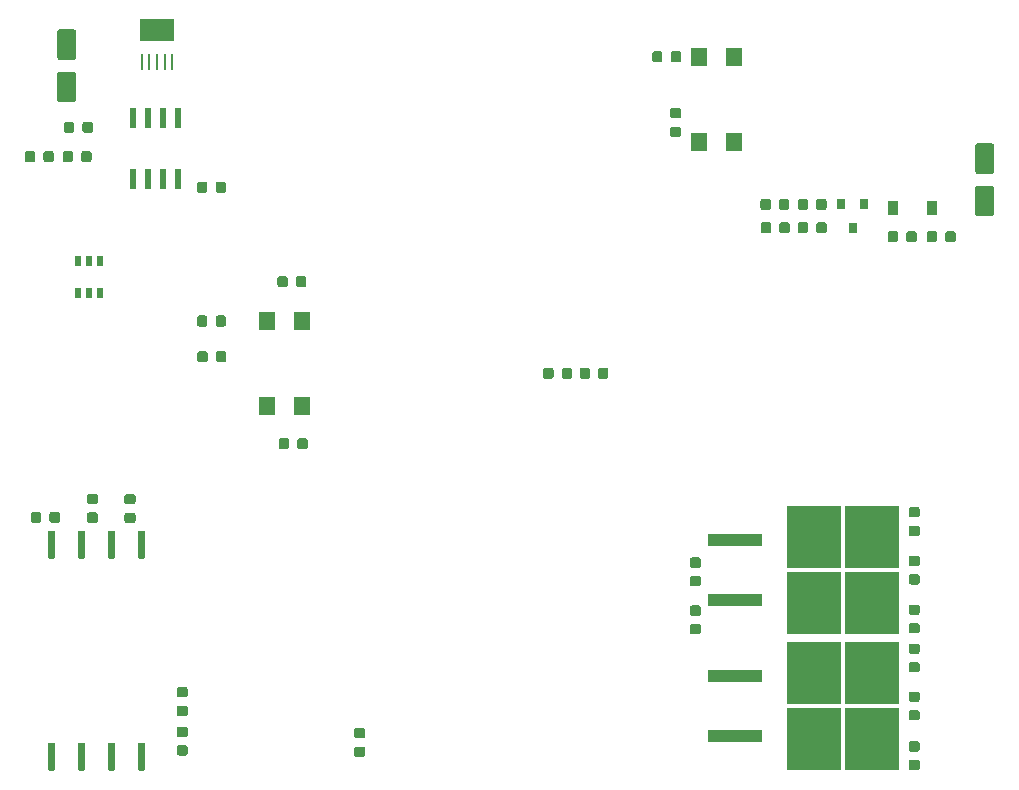
<source format=gbr>
G04 #@! TF.GenerationSoftware,KiCad,Pcbnew,(5.1.5)-3*
G04 #@! TF.CreationDate,2020-05-25T11:19:48-05:00*
G04 #@! TF.ProjectId,Delta_Robot,44656c74-615f-4526-9f62-6f742e6b6963,rev?*
G04 #@! TF.SameCoordinates,Original*
G04 #@! TF.FileFunction,Paste,Top*
G04 #@! TF.FilePolarity,Positive*
%FSLAX46Y46*%
G04 Gerber Fmt 4.6, Leading zero omitted, Abs format (unit mm)*
G04 Created by KiCad (PCBNEW (5.1.5)-3) date 2020-05-25 11:19:48*
%MOMM*%
%LPD*%
G04 APERTURE LIST*
%ADD10C,0.100000*%
%ADD11R,0.610000X1.710000*%
%ADD12R,4.550000X5.250000*%
%ADD13R,4.600000X1.100000*%
%ADD14R,0.568000X0.972299*%
%ADD15R,0.900000X1.200000*%
%ADD16R,0.800000X0.900000*%
%ADD17R,1.400000X1.600000*%
%ADD18R,2.900000X1.900000*%
%ADD19R,0.200000X1.350000*%
G04 APERTURE END LIST*
D10*
G36*
X104151691Y-70087253D02*
G01*
X104172926Y-70090403D01*
X104193750Y-70095619D01*
X104213962Y-70102851D01*
X104233368Y-70112030D01*
X104251781Y-70123066D01*
X104269024Y-70135854D01*
X104284930Y-70150270D01*
X104299346Y-70166176D01*
X104312134Y-70183419D01*
X104323170Y-70201832D01*
X104332349Y-70221238D01*
X104339581Y-70241450D01*
X104344797Y-70262274D01*
X104347947Y-70283509D01*
X104349000Y-70304950D01*
X104349000Y-70817450D01*
X104347947Y-70838891D01*
X104344797Y-70860126D01*
X104339581Y-70880950D01*
X104332349Y-70901162D01*
X104323170Y-70920568D01*
X104312134Y-70938981D01*
X104299346Y-70956224D01*
X104284930Y-70972130D01*
X104269024Y-70986546D01*
X104251781Y-70999334D01*
X104233368Y-71010370D01*
X104213962Y-71019549D01*
X104193750Y-71026781D01*
X104172926Y-71031997D01*
X104151691Y-71035147D01*
X104130250Y-71036200D01*
X103692750Y-71036200D01*
X103671309Y-71035147D01*
X103650074Y-71031997D01*
X103629250Y-71026781D01*
X103609038Y-71019549D01*
X103589632Y-71010370D01*
X103571219Y-70999334D01*
X103553976Y-70986546D01*
X103538070Y-70972130D01*
X103523654Y-70956224D01*
X103510866Y-70938981D01*
X103499830Y-70920568D01*
X103490651Y-70901162D01*
X103483419Y-70880950D01*
X103478203Y-70860126D01*
X103475053Y-70838891D01*
X103474000Y-70817450D01*
X103474000Y-70304950D01*
X103475053Y-70283509D01*
X103478203Y-70262274D01*
X103483419Y-70241450D01*
X103490651Y-70221238D01*
X103499830Y-70201832D01*
X103510866Y-70183419D01*
X103523654Y-70166176D01*
X103538070Y-70150270D01*
X103553976Y-70135854D01*
X103571219Y-70123066D01*
X103589632Y-70112030D01*
X103609038Y-70102851D01*
X103629250Y-70095619D01*
X103650074Y-70090403D01*
X103671309Y-70087253D01*
X103692750Y-70086200D01*
X104130250Y-70086200D01*
X104151691Y-70087253D01*
G37*
G36*
X102576691Y-70087253D02*
G01*
X102597926Y-70090403D01*
X102618750Y-70095619D01*
X102638962Y-70102851D01*
X102658368Y-70112030D01*
X102676781Y-70123066D01*
X102694024Y-70135854D01*
X102709930Y-70150270D01*
X102724346Y-70166176D01*
X102737134Y-70183419D01*
X102748170Y-70201832D01*
X102757349Y-70221238D01*
X102764581Y-70241450D01*
X102769797Y-70262274D01*
X102772947Y-70283509D01*
X102774000Y-70304950D01*
X102774000Y-70817450D01*
X102772947Y-70838891D01*
X102769797Y-70860126D01*
X102764581Y-70880950D01*
X102757349Y-70901162D01*
X102748170Y-70920568D01*
X102737134Y-70938981D01*
X102724346Y-70956224D01*
X102709930Y-70972130D01*
X102694024Y-70986546D01*
X102676781Y-70999334D01*
X102658368Y-71010370D01*
X102638962Y-71019549D01*
X102618750Y-71026781D01*
X102597926Y-71031997D01*
X102576691Y-71035147D01*
X102555250Y-71036200D01*
X102117750Y-71036200D01*
X102096309Y-71035147D01*
X102075074Y-71031997D01*
X102054250Y-71026781D01*
X102034038Y-71019549D01*
X102014632Y-71010370D01*
X101996219Y-70999334D01*
X101978976Y-70986546D01*
X101963070Y-70972130D01*
X101948654Y-70956224D01*
X101935866Y-70938981D01*
X101924830Y-70920568D01*
X101915651Y-70901162D01*
X101908419Y-70880950D01*
X101903203Y-70860126D01*
X101900053Y-70838891D01*
X101899000Y-70817450D01*
X101899000Y-70304950D01*
X101900053Y-70283509D01*
X101903203Y-70262274D01*
X101908419Y-70241450D01*
X101915651Y-70221238D01*
X101924830Y-70201832D01*
X101935866Y-70183419D01*
X101948654Y-70166176D01*
X101963070Y-70150270D01*
X101978976Y-70135854D01*
X101996219Y-70123066D01*
X102014632Y-70112030D01*
X102034038Y-70102851D01*
X102054250Y-70095619D01*
X102075074Y-70090403D01*
X102096309Y-70087253D01*
X102117750Y-70086200D01*
X102555250Y-70086200D01*
X102576691Y-70087253D01*
G37*
D11*
X107823000Y-72455000D03*
X109093000Y-72455000D03*
X110363000Y-72455000D03*
X111633000Y-72455000D03*
X111633000Y-67245000D03*
X110363000Y-67245000D03*
X109093000Y-67245000D03*
X107823000Y-67245000D03*
D12*
X165542000Y-119869000D03*
X170392000Y-114319000D03*
X165542000Y-114319000D03*
X170392000Y-119869000D03*
D13*
X158817000Y-119634000D03*
X158817000Y-114554000D03*
D14*
X103189999Y-82134451D03*
X104140000Y-82134451D03*
X105090001Y-82134451D03*
X105090001Y-79409549D03*
X104140000Y-79409549D03*
X103189999Y-79409549D03*
D15*
X172213000Y-74930000D03*
X175513000Y-74930000D03*
D13*
X158817000Y-102997000D03*
X158817000Y-108077000D03*
D12*
X170392000Y-108312000D03*
X165542000Y-102762000D03*
X170392000Y-102762000D03*
X165542000Y-108312000D03*
D10*
G36*
X108763428Y-120190782D02*
G01*
X108779202Y-120193122D01*
X108794671Y-120196997D01*
X108809686Y-120202370D01*
X108824102Y-120209188D01*
X108837780Y-120217386D01*
X108850589Y-120226886D01*
X108862405Y-120237595D01*
X108873114Y-120249411D01*
X108882614Y-120262220D01*
X108890812Y-120275898D01*
X108897630Y-120290314D01*
X108903003Y-120305329D01*
X108906878Y-120320798D01*
X108909218Y-120336572D01*
X108910000Y-120352500D01*
X108910000Y-122377500D01*
X108909218Y-122393428D01*
X108906878Y-122409202D01*
X108903003Y-122424671D01*
X108897630Y-122439686D01*
X108890812Y-122454102D01*
X108882614Y-122467780D01*
X108873114Y-122480589D01*
X108862405Y-122492405D01*
X108850589Y-122503114D01*
X108837780Y-122512614D01*
X108824102Y-122520812D01*
X108809686Y-122527630D01*
X108794671Y-122533003D01*
X108779202Y-122536878D01*
X108763428Y-122539218D01*
X108747500Y-122540000D01*
X108422500Y-122540000D01*
X108406572Y-122539218D01*
X108390798Y-122536878D01*
X108375329Y-122533003D01*
X108360314Y-122527630D01*
X108345898Y-122520812D01*
X108332220Y-122512614D01*
X108319411Y-122503114D01*
X108307595Y-122492405D01*
X108296886Y-122480589D01*
X108287386Y-122467780D01*
X108279188Y-122454102D01*
X108272370Y-122439686D01*
X108266997Y-122424671D01*
X108263122Y-122409202D01*
X108260782Y-122393428D01*
X108260000Y-122377500D01*
X108260000Y-120352500D01*
X108260782Y-120336572D01*
X108263122Y-120320798D01*
X108266997Y-120305329D01*
X108272370Y-120290314D01*
X108279188Y-120275898D01*
X108287386Y-120262220D01*
X108296886Y-120249411D01*
X108307595Y-120237595D01*
X108319411Y-120226886D01*
X108332220Y-120217386D01*
X108345898Y-120209188D01*
X108360314Y-120202370D01*
X108375329Y-120196997D01*
X108390798Y-120193122D01*
X108406572Y-120190782D01*
X108422500Y-120190000D01*
X108747500Y-120190000D01*
X108763428Y-120190782D01*
G37*
G36*
X106223428Y-120190782D02*
G01*
X106239202Y-120193122D01*
X106254671Y-120196997D01*
X106269686Y-120202370D01*
X106284102Y-120209188D01*
X106297780Y-120217386D01*
X106310589Y-120226886D01*
X106322405Y-120237595D01*
X106333114Y-120249411D01*
X106342614Y-120262220D01*
X106350812Y-120275898D01*
X106357630Y-120290314D01*
X106363003Y-120305329D01*
X106366878Y-120320798D01*
X106369218Y-120336572D01*
X106370000Y-120352500D01*
X106370000Y-122377500D01*
X106369218Y-122393428D01*
X106366878Y-122409202D01*
X106363003Y-122424671D01*
X106357630Y-122439686D01*
X106350812Y-122454102D01*
X106342614Y-122467780D01*
X106333114Y-122480589D01*
X106322405Y-122492405D01*
X106310589Y-122503114D01*
X106297780Y-122512614D01*
X106284102Y-122520812D01*
X106269686Y-122527630D01*
X106254671Y-122533003D01*
X106239202Y-122536878D01*
X106223428Y-122539218D01*
X106207500Y-122540000D01*
X105882500Y-122540000D01*
X105866572Y-122539218D01*
X105850798Y-122536878D01*
X105835329Y-122533003D01*
X105820314Y-122527630D01*
X105805898Y-122520812D01*
X105792220Y-122512614D01*
X105779411Y-122503114D01*
X105767595Y-122492405D01*
X105756886Y-122480589D01*
X105747386Y-122467780D01*
X105739188Y-122454102D01*
X105732370Y-122439686D01*
X105726997Y-122424671D01*
X105723122Y-122409202D01*
X105720782Y-122393428D01*
X105720000Y-122377500D01*
X105720000Y-120352500D01*
X105720782Y-120336572D01*
X105723122Y-120320798D01*
X105726997Y-120305329D01*
X105732370Y-120290314D01*
X105739188Y-120275898D01*
X105747386Y-120262220D01*
X105756886Y-120249411D01*
X105767595Y-120237595D01*
X105779411Y-120226886D01*
X105792220Y-120217386D01*
X105805898Y-120209188D01*
X105820314Y-120202370D01*
X105835329Y-120196997D01*
X105850798Y-120193122D01*
X105866572Y-120190782D01*
X105882500Y-120190000D01*
X106207500Y-120190000D01*
X106223428Y-120190782D01*
G37*
G36*
X103683428Y-120190782D02*
G01*
X103699202Y-120193122D01*
X103714671Y-120196997D01*
X103729686Y-120202370D01*
X103744102Y-120209188D01*
X103757780Y-120217386D01*
X103770589Y-120226886D01*
X103782405Y-120237595D01*
X103793114Y-120249411D01*
X103802614Y-120262220D01*
X103810812Y-120275898D01*
X103817630Y-120290314D01*
X103823003Y-120305329D01*
X103826878Y-120320798D01*
X103829218Y-120336572D01*
X103830000Y-120352500D01*
X103830000Y-122377500D01*
X103829218Y-122393428D01*
X103826878Y-122409202D01*
X103823003Y-122424671D01*
X103817630Y-122439686D01*
X103810812Y-122454102D01*
X103802614Y-122467780D01*
X103793114Y-122480589D01*
X103782405Y-122492405D01*
X103770589Y-122503114D01*
X103757780Y-122512614D01*
X103744102Y-122520812D01*
X103729686Y-122527630D01*
X103714671Y-122533003D01*
X103699202Y-122536878D01*
X103683428Y-122539218D01*
X103667500Y-122540000D01*
X103342500Y-122540000D01*
X103326572Y-122539218D01*
X103310798Y-122536878D01*
X103295329Y-122533003D01*
X103280314Y-122527630D01*
X103265898Y-122520812D01*
X103252220Y-122512614D01*
X103239411Y-122503114D01*
X103227595Y-122492405D01*
X103216886Y-122480589D01*
X103207386Y-122467780D01*
X103199188Y-122454102D01*
X103192370Y-122439686D01*
X103186997Y-122424671D01*
X103183122Y-122409202D01*
X103180782Y-122393428D01*
X103180000Y-122377500D01*
X103180000Y-120352500D01*
X103180782Y-120336572D01*
X103183122Y-120320798D01*
X103186997Y-120305329D01*
X103192370Y-120290314D01*
X103199188Y-120275898D01*
X103207386Y-120262220D01*
X103216886Y-120249411D01*
X103227595Y-120237595D01*
X103239411Y-120226886D01*
X103252220Y-120217386D01*
X103265898Y-120209188D01*
X103280314Y-120202370D01*
X103295329Y-120196997D01*
X103310798Y-120193122D01*
X103326572Y-120190782D01*
X103342500Y-120190000D01*
X103667500Y-120190000D01*
X103683428Y-120190782D01*
G37*
G36*
X101143428Y-120190782D02*
G01*
X101159202Y-120193122D01*
X101174671Y-120196997D01*
X101189686Y-120202370D01*
X101204102Y-120209188D01*
X101217780Y-120217386D01*
X101230589Y-120226886D01*
X101242405Y-120237595D01*
X101253114Y-120249411D01*
X101262614Y-120262220D01*
X101270812Y-120275898D01*
X101277630Y-120290314D01*
X101283003Y-120305329D01*
X101286878Y-120320798D01*
X101289218Y-120336572D01*
X101290000Y-120352500D01*
X101290000Y-122377500D01*
X101289218Y-122393428D01*
X101286878Y-122409202D01*
X101283003Y-122424671D01*
X101277630Y-122439686D01*
X101270812Y-122454102D01*
X101262614Y-122467780D01*
X101253114Y-122480589D01*
X101242405Y-122492405D01*
X101230589Y-122503114D01*
X101217780Y-122512614D01*
X101204102Y-122520812D01*
X101189686Y-122527630D01*
X101174671Y-122533003D01*
X101159202Y-122536878D01*
X101143428Y-122539218D01*
X101127500Y-122540000D01*
X100802500Y-122540000D01*
X100786572Y-122539218D01*
X100770798Y-122536878D01*
X100755329Y-122533003D01*
X100740314Y-122527630D01*
X100725898Y-122520812D01*
X100712220Y-122512614D01*
X100699411Y-122503114D01*
X100687595Y-122492405D01*
X100676886Y-122480589D01*
X100667386Y-122467780D01*
X100659188Y-122454102D01*
X100652370Y-122439686D01*
X100646997Y-122424671D01*
X100643122Y-122409202D01*
X100640782Y-122393428D01*
X100640000Y-122377500D01*
X100640000Y-120352500D01*
X100640782Y-120336572D01*
X100643122Y-120320798D01*
X100646997Y-120305329D01*
X100652370Y-120290314D01*
X100659188Y-120275898D01*
X100667386Y-120262220D01*
X100676886Y-120249411D01*
X100687595Y-120237595D01*
X100699411Y-120226886D01*
X100712220Y-120217386D01*
X100725898Y-120209188D01*
X100740314Y-120202370D01*
X100755329Y-120196997D01*
X100770798Y-120193122D01*
X100786572Y-120190782D01*
X100802500Y-120190000D01*
X101127500Y-120190000D01*
X101143428Y-120190782D01*
G37*
G36*
X101143428Y-102250782D02*
G01*
X101159202Y-102253122D01*
X101174671Y-102256997D01*
X101189686Y-102262370D01*
X101204102Y-102269188D01*
X101217780Y-102277386D01*
X101230589Y-102286886D01*
X101242405Y-102297595D01*
X101253114Y-102309411D01*
X101262614Y-102322220D01*
X101270812Y-102335898D01*
X101277630Y-102350314D01*
X101283003Y-102365329D01*
X101286878Y-102380798D01*
X101289218Y-102396572D01*
X101290000Y-102412500D01*
X101290000Y-104437500D01*
X101289218Y-104453428D01*
X101286878Y-104469202D01*
X101283003Y-104484671D01*
X101277630Y-104499686D01*
X101270812Y-104514102D01*
X101262614Y-104527780D01*
X101253114Y-104540589D01*
X101242405Y-104552405D01*
X101230589Y-104563114D01*
X101217780Y-104572614D01*
X101204102Y-104580812D01*
X101189686Y-104587630D01*
X101174671Y-104593003D01*
X101159202Y-104596878D01*
X101143428Y-104599218D01*
X101127500Y-104600000D01*
X100802500Y-104600000D01*
X100786572Y-104599218D01*
X100770798Y-104596878D01*
X100755329Y-104593003D01*
X100740314Y-104587630D01*
X100725898Y-104580812D01*
X100712220Y-104572614D01*
X100699411Y-104563114D01*
X100687595Y-104552405D01*
X100676886Y-104540589D01*
X100667386Y-104527780D01*
X100659188Y-104514102D01*
X100652370Y-104499686D01*
X100646997Y-104484671D01*
X100643122Y-104469202D01*
X100640782Y-104453428D01*
X100640000Y-104437500D01*
X100640000Y-102412500D01*
X100640782Y-102396572D01*
X100643122Y-102380798D01*
X100646997Y-102365329D01*
X100652370Y-102350314D01*
X100659188Y-102335898D01*
X100667386Y-102322220D01*
X100676886Y-102309411D01*
X100687595Y-102297595D01*
X100699411Y-102286886D01*
X100712220Y-102277386D01*
X100725898Y-102269188D01*
X100740314Y-102262370D01*
X100755329Y-102256997D01*
X100770798Y-102253122D01*
X100786572Y-102250782D01*
X100802500Y-102250000D01*
X101127500Y-102250000D01*
X101143428Y-102250782D01*
G37*
G36*
X103683428Y-102250782D02*
G01*
X103699202Y-102253122D01*
X103714671Y-102256997D01*
X103729686Y-102262370D01*
X103744102Y-102269188D01*
X103757780Y-102277386D01*
X103770589Y-102286886D01*
X103782405Y-102297595D01*
X103793114Y-102309411D01*
X103802614Y-102322220D01*
X103810812Y-102335898D01*
X103817630Y-102350314D01*
X103823003Y-102365329D01*
X103826878Y-102380798D01*
X103829218Y-102396572D01*
X103830000Y-102412500D01*
X103830000Y-104437500D01*
X103829218Y-104453428D01*
X103826878Y-104469202D01*
X103823003Y-104484671D01*
X103817630Y-104499686D01*
X103810812Y-104514102D01*
X103802614Y-104527780D01*
X103793114Y-104540589D01*
X103782405Y-104552405D01*
X103770589Y-104563114D01*
X103757780Y-104572614D01*
X103744102Y-104580812D01*
X103729686Y-104587630D01*
X103714671Y-104593003D01*
X103699202Y-104596878D01*
X103683428Y-104599218D01*
X103667500Y-104600000D01*
X103342500Y-104600000D01*
X103326572Y-104599218D01*
X103310798Y-104596878D01*
X103295329Y-104593003D01*
X103280314Y-104587630D01*
X103265898Y-104580812D01*
X103252220Y-104572614D01*
X103239411Y-104563114D01*
X103227595Y-104552405D01*
X103216886Y-104540589D01*
X103207386Y-104527780D01*
X103199188Y-104514102D01*
X103192370Y-104499686D01*
X103186997Y-104484671D01*
X103183122Y-104469202D01*
X103180782Y-104453428D01*
X103180000Y-104437500D01*
X103180000Y-102412500D01*
X103180782Y-102396572D01*
X103183122Y-102380798D01*
X103186997Y-102365329D01*
X103192370Y-102350314D01*
X103199188Y-102335898D01*
X103207386Y-102322220D01*
X103216886Y-102309411D01*
X103227595Y-102297595D01*
X103239411Y-102286886D01*
X103252220Y-102277386D01*
X103265898Y-102269188D01*
X103280314Y-102262370D01*
X103295329Y-102256997D01*
X103310798Y-102253122D01*
X103326572Y-102250782D01*
X103342500Y-102250000D01*
X103667500Y-102250000D01*
X103683428Y-102250782D01*
G37*
G36*
X106223428Y-102250782D02*
G01*
X106239202Y-102253122D01*
X106254671Y-102256997D01*
X106269686Y-102262370D01*
X106284102Y-102269188D01*
X106297780Y-102277386D01*
X106310589Y-102286886D01*
X106322405Y-102297595D01*
X106333114Y-102309411D01*
X106342614Y-102322220D01*
X106350812Y-102335898D01*
X106357630Y-102350314D01*
X106363003Y-102365329D01*
X106366878Y-102380798D01*
X106369218Y-102396572D01*
X106370000Y-102412500D01*
X106370000Y-104437500D01*
X106369218Y-104453428D01*
X106366878Y-104469202D01*
X106363003Y-104484671D01*
X106357630Y-104499686D01*
X106350812Y-104514102D01*
X106342614Y-104527780D01*
X106333114Y-104540589D01*
X106322405Y-104552405D01*
X106310589Y-104563114D01*
X106297780Y-104572614D01*
X106284102Y-104580812D01*
X106269686Y-104587630D01*
X106254671Y-104593003D01*
X106239202Y-104596878D01*
X106223428Y-104599218D01*
X106207500Y-104600000D01*
X105882500Y-104600000D01*
X105866572Y-104599218D01*
X105850798Y-104596878D01*
X105835329Y-104593003D01*
X105820314Y-104587630D01*
X105805898Y-104580812D01*
X105792220Y-104572614D01*
X105779411Y-104563114D01*
X105767595Y-104552405D01*
X105756886Y-104540589D01*
X105747386Y-104527780D01*
X105739188Y-104514102D01*
X105732370Y-104499686D01*
X105726997Y-104484671D01*
X105723122Y-104469202D01*
X105720782Y-104453428D01*
X105720000Y-104437500D01*
X105720000Y-102412500D01*
X105720782Y-102396572D01*
X105723122Y-102380798D01*
X105726997Y-102365329D01*
X105732370Y-102350314D01*
X105739188Y-102335898D01*
X105747386Y-102322220D01*
X105756886Y-102309411D01*
X105767595Y-102297595D01*
X105779411Y-102286886D01*
X105792220Y-102277386D01*
X105805898Y-102269188D01*
X105820314Y-102262370D01*
X105835329Y-102256997D01*
X105850798Y-102253122D01*
X105866572Y-102250782D01*
X105882500Y-102250000D01*
X106207500Y-102250000D01*
X106223428Y-102250782D01*
G37*
G36*
X108763428Y-102250782D02*
G01*
X108779202Y-102253122D01*
X108794671Y-102256997D01*
X108809686Y-102262370D01*
X108824102Y-102269188D01*
X108837780Y-102277386D01*
X108850589Y-102286886D01*
X108862405Y-102297595D01*
X108873114Y-102309411D01*
X108882614Y-102322220D01*
X108890812Y-102335898D01*
X108897630Y-102350314D01*
X108903003Y-102365329D01*
X108906878Y-102380798D01*
X108909218Y-102396572D01*
X108910000Y-102412500D01*
X108910000Y-104437500D01*
X108909218Y-104453428D01*
X108906878Y-104469202D01*
X108903003Y-104484671D01*
X108897630Y-104499686D01*
X108890812Y-104514102D01*
X108882614Y-104527780D01*
X108873114Y-104540589D01*
X108862405Y-104552405D01*
X108850589Y-104563114D01*
X108837780Y-104572614D01*
X108824102Y-104580812D01*
X108809686Y-104587630D01*
X108794671Y-104593003D01*
X108779202Y-104596878D01*
X108763428Y-104599218D01*
X108747500Y-104600000D01*
X108422500Y-104600000D01*
X108406572Y-104599218D01*
X108390798Y-104596878D01*
X108375329Y-104593003D01*
X108360314Y-104587630D01*
X108345898Y-104580812D01*
X108332220Y-104572614D01*
X108319411Y-104563114D01*
X108307595Y-104552405D01*
X108296886Y-104540589D01*
X108287386Y-104527780D01*
X108279188Y-104514102D01*
X108272370Y-104499686D01*
X108266997Y-104484671D01*
X108263122Y-104469202D01*
X108260782Y-104453428D01*
X108260000Y-104437500D01*
X108260000Y-102412500D01*
X108260782Y-102396572D01*
X108263122Y-102380798D01*
X108266997Y-102365329D01*
X108272370Y-102350314D01*
X108279188Y-102335898D01*
X108287386Y-102322220D01*
X108296886Y-102309411D01*
X108307595Y-102297595D01*
X108319411Y-102286886D01*
X108332220Y-102277386D01*
X108345898Y-102269188D01*
X108360314Y-102262370D01*
X108375329Y-102256997D01*
X108390798Y-102253122D01*
X108406572Y-102250782D01*
X108422500Y-102250000D01*
X108747500Y-102250000D01*
X108763428Y-102250782D01*
G37*
D16*
X169733000Y-74565000D03*
X167833000Y-74565000D03*
X168783000Y-76565000D03*
D17*
X155750000Y-62103000D03*
X155750000Y-69303000D03*
X158750000Y-62103000D03*
X158750000Y-69303000D03*
X119174000Y-84455000D03*
X119174000Y-91655000D03*
X122174000Y-84455000D03*
X122174000Y-91655000D03*
D10*
G36*
X115556291Y-87029053D02*
G01*
X115577526Y-87032203D01*
X115598350Y-87037419D01*
X115618562Y-87044651D01*
X115637968Y-87053830D01*
X115656381Y-87064866D01*
X115673624Y-87077654D01*
X115689530Y-87092070D01*
X115703946Y-87107976D01*
X115716734Y-87125219D01*
X115727770Y-87143632D01*
X115736949Y-87163038D01*
X115744181Y-87183250D01*
X115749397Y-87204074D01*
X115752547Y-87225309D01*
X115753600Y-87246750D01*
X115753600Y-87759250D01*
X115752547Y-87780691D01*
X115749397Y-87801926D01*
X115744181Y-87822750D01*
X115736949Y-87842962D01*
X115727770Y-87862368D01*
X115716734Y-87880781D01*
X115703946Y-87898024D01*
X115689530Y-87913930D01*
X115673624Y-87928346D01*
X115656381Y-87941134D01*
X115637968Y-87952170D01*
X115618562Y-87961349D01*
X115598350Y-87968581D01*
X115577526Y-87973797D01*
X115556291Y-87976947D01*
X115534850Y-87978000D01*
X115097350Y-87978000D01*
X115075909Y-87976947D01*
X115054674Y-87973797D01*
X115033850Y-87968581D01*
X115013638Y-87961349D01*
X114994232Y-87952170D01*
X114975819Y-87941134D01*
X114958576Y-87928346D01*
X114942670Y-87913930D01*
X114928254Y-87898024D01*
X114915466Y-87880781D01*
X114904430Y-87862368D01*
X114895251Y-87842962D01*
X114888019Y-87822750D01*
X114882803Y-87801926D01*
X114879653Y-87780691D01*
X114878600Y-87759250D01*
X114878600Y-87246750D01*
X114879653Y-87225309D01*
X114882803Y-87204074D01*
X114888019Y-87183250D01*
X114895251Y-87163038D01*
X114904430Y-87143632D01*
X114915466Y-87125219D01*
X114928254Y-87107976D01*
X114942670Y-87092070D01*
X114958576Y-87077654D01*
X114975819Y-87064866D01*
X114994232Y-87053830D01*
X115013638Y-87044651D01*
X115033850Y-87037419D01*
X115054674Y-87032203D01*
X115075909Y-87029053D01*
X115097350Y-87028000D01*
X115534850Y-87028000D01*
X115556291Y-87029053D01*
G37*
G36*
X113981291Y-87029053D02*
G01*
X114002526Y-87032203D01*
X114023350Y-87037419D01*
X114043562Y-87044651D01*
X114062968Y-87053830D01*
X114081381Y-87064866D01*
X114098624Y-87077654D01*
X114114530Y-87092070D01*
X114128946Y-87107976D01*
X114141734Y-87125219D01*
X114152770Y-87143632D01*
X114161949Y-87163038D01*
X114169181Y-87183250D01*
X114174397Y-87204074D01*
X114177547Y-87225309D01*
X114178600Y-87246750D01*
X114178600Y-87759250D01*
X114177547Y-87780691D01*
X114174397Y-87801926D01*
X114169181Y-87822750D01*
X114161949Y-87842962D01*
X114152770Y-87862368D01*
X114141734Y-87880781D01*
X114128946Y-87898024D01*
X114114530Y-87913930D01*
X114098624Y-87928346D01*
X114081381Y-87941134D01*
X114062968Y-87952170D01*
X114043562Y-87961349D01*
X114023350Y-87968581D01*
X114002526Y-87973797D01*
X113981291Y-87976947D01*
X113959850Y-87978000D01*
X113522350Y-87978000D01*
X113500909Y-87976947D01*
X113479674Y-87973797D01*
X113458850Y-87968581D01*
X113438638Y-87961349D01*
X113419232Y-87952170D01*
X113400819Y-87941134D01*
X113383576Y-87928346D01*
X113367670Y-87913930D01*
X113353254Y-87898024D01*
X113340466Y-87880781D01*
X113329430Y-87862368D01*
X113320251Y-87842962D01*
X113313019Y-87822750D01*
X113307803Y-87801926D01*
X113304653Y-87780691D01*
X113303600Y-87759250D01*
X113303600Y-87246750D01*
X113304653Y-87225309D01*
X113307803Y-87204074D01*
X113313019Y-87183250D01*
X113320251Y-87163038D01*
X113329430Y-87143632D01*
X113340466Y-87125219D01*
X113353254Y-87107976D01*
X113367670Y-87092070D01*
X113383576Y-87077654D01*
X113400819Y-87064866D01*
X113419232Y-87053830D01*
X113438638Y-87044651D01*
X113458850Y-87037419D01*
X113479674Y-87032203D01*
X113500909Y-87029053D01*
X113522350Y-87028000D01*
X113959850Y-87028000D01*
X113981291Y-87029053D01*
G37*
G36*
X172426691Y-76869053D02*
G01*
X172447926Y-76872203D01*
X172468750Y-76877419D01*
X172488962Y-76884651D01*
X172508368Y-76893830D01*
X172526781Y-76904866D01*
X172544024Y-76917654D01*
X172559930Y-76932070D01*
X172574346Y-76947976D01*
X172587134Y-76965219D01*
X172598170Y-76983632D01*
X172607349Y-77003038D01*
X172614581Y-77023250D01*
X172619797Y-77044074D01*
X172622947Y-77065309D01*
X172624000Y-77086750D01*
X172624000Y-77599250D01*
X172622947Y-77620691D01*
X172619797Y-77641926D01*
X172614581Y-77662750D01*
X172607349Y-77682962D01*
X172598170Y-77702368D01*
X172587134Y-77720781D01*
X172574346Y-77738024D01*
X172559930Y-77753930D01*
X172544024Y-77768346D01*
X172526781Y-77781134D01*
X172508368Y-77792170D01*
X172488962Y-77801349D01*
X172468750Y-77808581D01*
X172447926Y-77813797D01*
X172426691Y-77816947D01*
X172405250Y-77818000D01*
X171967750Y-77818000D01*
X171946309Y-77816947D01*
X171925074Y-77813797D01*
X171904250Y-77808581D01*
X171884038Y-77801349D01*
X171864632Y-77792170D01*
X171846219Y-77781134D01*
X171828976Y-77768346D01*
X171813070Y-77753930D01*
X171798654Y-77738024D01*
X171785866Y-77720781D01*
X171774830Y-77702368D01*
X171765651Y-77682962D01*
X171758419Y-77662750D01*
X171753203Y-77641926D01*
X171750053Y-77620691D01*
X171749000Y-77599250D01*
X171749000Y-77086750D01*
X171750053Y-77065309D01*
X171753203Y-77044074D01*
X171758419Y-77023250D01*
X171765651Y-77003038D01*
X171774830Y-76983632D01*
X171785866Y-76965219D01*
X171798654Y-76947976D01*
X171813070Y-76932070D01*
X171828976Y-76917654D01*
X171846219Y-76904866D01*
X171864632Y-76893830D01*
X171884038Y-76884651D01*
X171904250Y-76877419D01*
X171925074Y-76872203D01*
X171946309Y-76869053D01*
X171967750Y-76868000D01*
X172405250Y-76868000D01*
X172426691Y-76869053D01*
G37*
G36*
X174001691Y-76869053D02*
G01*
X174022926Y-76872203D01*
X174043750Y-76877419D01*
X174063962Y-76884651D01*
X174083368Y-76893830D01*
X174101781Y-76904866D01*
X174119024Y-76917654D01*
X174134930Y-76932070D01*
X174149346Y-76947976D01*
X174162134Y-76965219D01*
X174173170Y-76983632D01*
X174182349Y-77003038D01*
X174189581Y-77023250D01*
X174194797Y-77044074D01*
X174197947Y-77065309D01*
X174199000Y-77086750D01*
X174199000Y-77599250D01*
X174197947Y-77620691D01*
X174194797Y-77641926D01*
X174189581Y-77662750D01*
X174182349Y-77682962D01*
X174173170Y-77702368D01*
X174162134Y-77720781D01*
X174149346Y-77738024D01*
X174134930Y-77753930D01*
X174119024Y-77768346D01*
X174101781Y-77781134D01*
X174083368Y-77792170D01*
X174063962Y-77801349D01*
X174043750Y-77808581D01*
X174022926Y-77813797D01*
X174001691Y-77816947D01*
X173980250Y-77818000D01*
X173542750Y-77818000D01*
X173521309Y-77816947D01*
X173500074Y-77813797D01*
X173479250Y-77808581D01*
X173459038Y-77801349D01*
X173439632Y-77792170D01*
X173421219Y-77781134D01*
X173403976Y-77768346D01*
X173388070Y-77753930D01*
X173373654Y-77738024D01*
X173360866Y-77720781D01*
X173349830Y-77702368D01*
X173340651Y-77682962D01*
X173333419Y-77662750D01*
X173328203Y-77641926D01*
X173325053Y-77620691D01*
X173324000Y-77599250D01*
X173324000Y-77086750D01*
X173325053Y-77065309D01*
X173328203Y-77044074D01*
X173333419Y-77023250D01*
X173340651Y-77003038D01*
X173349830Y-76983632D01*
X173360866Y-76965219D01*
X173373654Y-76947976D01*
X173388070Y-76932070D01*
X173403976Y-76917654D01*
X173421219Y-76904866D01*
X173439632Y-76893830D01*
X173459038Y-76884651D01*
X173479250Y-76877419D01*
X173500074Y-76872203D01*
X173521309Y-76869053D01*
X173542750Y-76868000D01*
X173980250Y-76868000D01*
X174001691Y-76869053D01*
G37*
G36*
X154062691Y-61629053D02*
G01*
X154083926Y-61632203D01*
X154104750Y-61637419D01*
X154124962Y-61644651D01*
X154144368Y-61653830D01*
X154162781Y-61664866D01*
X154180024Y-61677654D01*
X154195930Y-61692070D01*
X154210346Y-61707976D01*
X154223134Y-61725219D01*
X154234170Y-61743632D01*
X154243349Y-61763038D01*
X154250581Y-61783250D01*
X154255797Y-61804074D01*
X154258947Y-61825309D01*
X154260000Y-61846750D01*
X154260000Y-62359250D01*
X154258947Y-62380691D01*
X154255797Y-62401926D01*
X154250581Y-62422750D01*
X154243349Y-62442962D01*
X154234170Y-62462368D01*
X154223134Y-62480781D01*
X154210346Y-62498024D01*
X154195930Y-62513930D01*
X154180024Y-62528346D01*
X154162781Y-62541134D01*
X154144368Y-62552170D01*
X154124962Y-62561349D01*
X154104750Y-62568581D01*
X154083926Y-62573797D01*
X154062691Y-62576947D01*
X154041250Y-62578000D01*
X153603750Y-62578000D01*
X153582309Y-62576947D01*
X153561074Y-62573797D01*
X153540250Y-62568581D01*
X153520038Y-62561349D01*
X153500632Y-62552170D01*
X153482219Y-62541134D01*
X153464976Y-62528346D01*
X153449070Y-62513930D01*
X153434654Y-62498024D01*
X153421866Y-62480781D01*
X153410830Y-62462368D01*
X153401651Y-62442962D01*
X153394419Y-62422750D01*
X153389203Y-62401926D01*
X153386053Y-62380691D01*
X153385000Y-62359250D01*
X153385000Y-61846750D01*
X153386053Y-61825309D01*
X153389203Y-61804074D01*
X153394419Y-61783250D01*
X153401651Y-61763038D01*
X153410830Y-61743632D01*
X153421866Y-61725219D01*
X153434654Y-61707976D01*
X153449070Y-61692070D01*
X153464976Y-61677654D01*
X153482219Y-61664866D01*
X153500632Y-61653830D01*
X153520038Y-61644651D01*
X153540250Y-61637419D01*
X153561074Y-61632203D01*
X153582309Y-61629053D01*
X153603750Y-61628000D01*
X154041250Y-61628000D01*
X154062691Y-61629053D01*
G37*
G36*
X152487691Y-61629053D02*
G01*
X152508926Y-61632203D01*
X152529750Y-61637419D01*
X152549962Y-61644651D01*
X152569368Y-61653830D01*
X152587781Y-61664866D01*
X152605024Y-61677654D01*
X152620930Y-61692070D01*
X152635346Y-61707976D01*
X152648134Y-61725219D01*
X152659170Y-61743632D01*
X152668349Y-61763038D01*
X152675581Y-61783250D01*
X152680797Y-61804074D01*
X152683947Y-61825309D01*
X152685000Y-61846750D01*
X152685000Y-62359250D01*
X152683947Y-62380691D01*
X152680797Y-62401926D01*
X152675581Y-62422750D01*
X152668349Y-62442962D01*
X152659170Y-62462368D01*
X152648134Y-62480781D01*
X152635346Y-62498024D01*
X152620930Y-62513930D01*
X152605024Y-62528346D01*
X152587781Y-62541134D01*
X152569368Y-62552170D01*
X152549962Y-62561349D01*
X152529750Y-62568581D01*
X152508926Y-62573797D01*
X152487691Y-62576947D01*
X152466250Y-62578000D01*
X152028750Y-62578000D01*
X152007309Y-62576947D01*
X151986074Y-62573797D01*
X151965250Y-62568581D01*
X151945038Y-62561349D01*
X151925632Y-62552170D01*
X151907219Y-62541134D01*
X151889976Y-62528346D01*
X151874070Y-62513930D01*
X151859654Y-62498024D01*
X151846866Y-62480781D01*
X151835830Y-62462368D01*
X151826651Y-62442962D01*
X151819419Y-62422750D01*
X151814203Y-62401926D01*
X151811053Y-62380691D01*
X151810000Y-62359250D01*
X151810000Y-61846750D01*
X151811053Y-61825309D01*
X151814203Y-61804074D01*
X151819419Y-61783250D01*
X151826651Y-61763038D01*
X151835830Y-61743632D01*
X151846866Y-61725219D01*
X151859654Y-61707976D01*
X151874070Y-61692070D01*
X151889976Y-61677654D01*
X151907219Y-61664866D01*
X151925632Y-61653830D01*
X151945038Y-61644651D01*
X151965250Y-61637419D01*
X151986074Y-61632203D01*
X152007309Y-61629053D01*
X152028750Y-61628000D01*
X152466250Y-61628000D01*
X152487691Y-61629053D01*
G37*
G36*
X120763191Y-80679053D02*
G01*
X120784426Y-80682203D01*
X120805250Y-80687419D01*
X120825462Y-80694651D01*
X120844868Y-80703830D01*
X120863281Y-80714866D01*
X120880524Y-80727654D01*
X120896430Y-80742070D01*
X120910846Y-80757976D01*
X120923634Y-80775219D01*
X120934670Y-80793632D01*
X120943849Y-80813038D01*
X120951081Y-80833250D01*
X120956297Y-80854074D01*
X120959447Y-80875309D01*
X120960500Y-80896750D01*
X120960500Y-81409250D01*
X120959447Y-81430691D01*
X120956297Y-81451926D01*
X120951081Y-81472750D01*
X120943849Y-81492962D01*
X120934670Y-81512368D01*
X120923634Y-81530781D01*
X120910846Y-81548024D01*
X120896430Y-81563930D01*
X120880524Y-81578346D01*
X120863281Y-81591134D01*
X120844868Y-81602170D01*
X120825462Y-81611349D01*
X120805250Y-81618581D01*
X120784426Y-81623797D01*
X120763191Y-81626947D01*
X120741750Y-81628000D01*
X120304250Y-81628000D01*
X120282809Y-81626947D01*
X120261574Y-81623797D01*
X120240750Y-81618581D01*
X120220538Y-81611349D01*
X120201132Y-81602170D01*
X120182719Y-81591134D01*
X120165476Y-81578346D01*
X120149570Y-81563930D01*
X120135154Y-81548024D01*
X120122366Y-81530781D01*
X120111330Y-81512368D01*
X120102151Y-81492962D01*
X120094919Y-81472750D01*
X120089703Y-81451926D01*
X120086553Y-81430691D01*
X120085500Y-81409250D01*
X120085500Y-80896750D01*
X120086553Y-80875309D01*
X120089703Y-80854074D01*
X120094919Y-80833250D01*
X120102151Y-80813038D01*
X120111330Y-80793632D01*
X120122366Y-80775219D01*
X120135154Y-80757976D01*
X120149570Y-80742070D01*
X120165476Y-80727654D01*
X120182719Y-80714866D01*
X120201132Y-80703830D01*
X120220538Y-80694651D01*
X120240750Y-80687419D01*
X120261574Y-80682203D01*
X120282809Y-80679053D01*
X120304250Y-80678000D01*
X120741750Y-80678000D01*
X120763191Y-80679053D01*
G37*
G36*
X122338191Y-80679053D02*
G01*
X122359426Y-80682203D01*
X122380250Y-80687419D01*
X122400462Y-80694651D01*
X122419868Y-80703830D01*
X122438281Y-80714866D01*
X122455524Y-80727654D01*
X122471430Y-80742070D01*
X122485846Y-80757976D01*
X122498634Y-80775219D01*
X122509670Y-80793632D01*
X122518849Y-80813038D01*
X122526081Y-80833250D01*
X122531297Y-80854074D01*
X122534447Y-80875309D01*
X122535500Y-80896750D01*
X122535500Y-81409250D01*
X122534447Y-81430691D01*
X122531297Y-81451926D01*
X122526081Y-81472750D01*
X122518849Y-81492962D01*
X122509670Y-81512368D01*
X122498634Y-81530781D01*
X122485846Y-81548024D01*
X122471430Y-81563930D01*
X122455524Y-81578346D01*
X122438281Y-81591134D01*
X122419868Y-81602170D01*
X122400462Y-81611349D01*
X122380250Y-81618581D01*
X122359426Y-81623797D01*
X122338191Y-81626947D01*
X122316750Y-81628000D01*
X121879250Y-81628000D01*
X121857809Y-81626947D01*
X121836574Y-81623797D01*
X121815750Y-81618581D01*
X121795538Y-81611349D01*
X121776132Y-81602170D01*
X121757719Y-81591134D01*
X121740476Y-81578346D01*
X121724570Y-81563930D01*
X121710154Y-81548024D01*
X121697366Y-81530781D01*
X121686330Y-81512368D01*
X121677151Y-81492962D01*
X121669919Y-81472750D01*
X121664703Y-81451926D01*
X121661553Y-81430691D01*
X121660500Y-81409250D01*
X121660500Y-80896750D01*
X121661553Y-80875309D01*
X121664703Y-80854074D01*
X121669919Y-80833250D01*
X121677151Y-80813038D01*
X121686330Y-80793632D01*
X121697366Y-80775219D01*
X121710154Y-80757976D01*
X121724570Y-80742070D01*
X121740476Y-80727654D01*
X121757719Y-80714866D01*
X121776132Y-80703830D01*
X121795538Y-80694651D01*
X121815750Y-80687419D01*
X121836574Y-80682203D01*
X121857809Y-80679053D01*
X121879250Y-80678000D01*
X122316750Y-80678000D01*
X122338191Y-80679053D01*
G37*
G36*
X107872091Y-100706553D02*
G01*
X107893326Y-100709703D01*
X107914150Y-100714919D01*
X107934362Y-100722151D01*
X107953768Y-100731330D01*
X107972181Y-100742366D01*
X107989424Y-100755154D01*
X108005330Y-100769570D01*
X108019746Y-100785476D01*
X108032534Y-100802719D01*
X108043570Y-100821132D01*
X108052749Y-100840538D01*
X108059981Y-100860750D01*
X108065197Y-100881574D01*
X108068347Y-100902809D01*
X108069400Y-100924250D01*
X108069400Y-101361750D01*
X108068347Y-101383191D01*
X108065197Y-101404426D01*
X108059981Y-101425250D01*
X108052749Y-101445462D01*
X108043570Y-101464868D01*
X108032534Y-101483281D01*
X108019746Y-101500524D01*
X108005330Y-101516430D01*
X107989424Y-101530846D01*
X107972181Y-101543634D01*
X107953768Y-101554670D01*
X107934362Y-101563849D01*
X107914150Y-101571081D01*
X107893326Y-101576297D01*
X107872091Y-101579447D01*
X107850650Y-101580500D01*
X107338150Y-101580500D01*
X107316709Y-101579447D01*
X107295474Y-101576297D01*
X107274650Y-101571081D01*
X107254438Y-101563849D01*
X107235032Y-101554670D01*
X107216619Y-101543634D01*
X107199376Y-101530846D01*
X107183470Y-101516430D01*
X107169054Y-101500524D01*
X107156266Y-101483281D01*
X107145230Y-101464868D01*
X107136051Y-101445462D01*
X107128819Y-101425250D01*
X107123603Y-101404426D01*
X107120453Y-101383191D01*
X107119400Y-101361750D01*
X107119400Y-100924250D01*
X107120453Y-100902809D01*
X107123603Y-100881574D01*
X107128819Y-100860750D01*
X107136051Y-100840538D01*
X107145230Y-100821132D01*
X107156266Y-100802719D01*
X107169054Y-100785476D01*
X107183470Y-100769570D01*
X107199376Y-100755154D01*
X107216619Y-100742366D01*
X107235032Y-100731330D01*
X107254438Y-100722151D01*
X107274650Y-100714919D01*
X107295474Y-100709703D01*
X107316709Y-100706553D01*
X107338150Y-100705500D01*
X107850650Y-100705500D01*
X107872091Y-100706553D01*
G37*
G36*
X107872091Y-99131553D02*
G01*
X107893326Y-99134703D01*
X107914150Y-99139919D01*
X107934362Y-99147151D01*
X107953768Y-99156330D01*
X107972181Y-99167366D01*
X107989424Y-99180154D01*
X108005330Y-99194570D01*
X108019746Y-99210476D01*
X108032534Y-99227719D01*
X108043570Y-99246132D01*
X108052749Y-99265538D01*
X108059981Y-99285750D01*
X108065197Y-99306574D01*
X108068347Y-99327809D01*
X108069400Y-99349250D01*
X108069400Y-99786750D01*
X108068347Y-99808191D01*
X108065197Y-99829426D01*
X108059981Y-99850250D01*
X108052749Y-99870462D01*
X108043570Y-99889868D01*
X108032534Y-99908281D01*
X108019746Y-99925524D01*
X108005330Y-99941430D01*
X107989424Y-99955846D01*
X107972181Y-99968634D01*
X107953768Y-99979670D01*
X107934362Y-99988849D01*
X107914150Y-99996081D01*
X107893326Y-100001297D01*
X107872091Y-100004447D01*
X107850650Y-100005500D01*
X107338150Y-100005500D01*
X107316709Y-100004447D01*
X107295474Y-100001297D01*
X107274650Y-99996081D01*
X107254438Y-99988849D01*
X107235032Y-99979670D01*
X107216619Y-99968634D01*
X107199376Y-99955846D01*
X107183470Y-99941430D01*
X107169054Y-99925524D01*
X107156266Y-99908281D01*
X107145230Y-99889868D01*
X107136051Y-99870462D01*
X107128819Y-99850250D01*
X107123603Y-99829426D01*
X107120453Y-99808191D01*
X107119400Y-99786750D01*
X107119400Y-99349250D01*
X107120453Y-99327809D01*
X107123603Y-99306574D01*
X107128819Y-99285750D01*
X107136051Y-99265538D01*
X107145230Y-99246132D01*
X107156266Y-99227719D01*
X107169054Y-99210476D01*
X107183470Y-99194570D01*
X107199376Y-99180154D01*
X107216619Y-99167366D01*
X107235032Y-99156330D01*
X107254438Y-99147151D01*
X107274650Y-99139919D01*
X107295474Y-99134703D01*
X107316709Y-99131553D01*
X107338150Y-99130500D01*
X107850650Y-99130500D01*
X107872091Y-99131553D01*
G37*
G36*
X104697091Y-100681053D02*
G01*
X104718326Y-100684203D01*
X104739150Y-100689419D01*
X104759362Y-100696651D01*
X104778768Y-100705830D01*
X104797181Y-100716866D01*
X104814424Y-100729654D01*
X104830330Y-100744070D01*
X104844746Y-100759976D01*
X104857534Y-100777219D01*
X104868570Y-100795632D01*
X104877749Y-100815038D01*
X104884981Y-100835250D01*
X104890197Y-100856074D01*
X104893347Y-100877309D01*
X104894400Y-100898750D01*
X104894400Y-101336250D01*
X104893347Y-101357691D01*
X104890197Y-101378926D01*
X104884981Y-101399750D01*
X104877749Y-101419962D01*
X104868570Y-101439368D01*
X104857534Y-101457781D01*
X104844746Y-101475024D01*
X104830330Y-101490930D01*
X104814424Y-101505346D01*
X104797181Y-101518134D01*
X104778768Y-101529170D01*
X104759362Y-101538349D01*
X104739150Y-101545581D01*
X104718326Y-101550797D01*
X104697091Y-101553947D01*
X104675650Y-101555000D01*
X104163150Y-101555000D01*
X104141709Y-101553947D01*
X104120474Y-101550797D01*
X104099650Y-101545581D01*
X104079438Y-101538349D01*
X104060032Y-101529170D01*
X104041619Y-101518134D01*
X104024376Y-101505346D01*
X104008470Y-101490930D01*
X103994054Y-101475024D01*
X103981266Y-101457781D01*
X103970230Y-101439368D01*
X103961051Y-101419962D01*
X103953819Y-101399750D01*
X103948603Y-101378926D01*
X103945453Y-101357691D01*
X103944400Y-101336250D01*
X103944400Y-100898750D01*
X103945453Y-100877309D01*
X103948603Y-100856074D01*
X103953819Y-100835250D01*
X103961051Y-100815038D01*
X103970230Y-100795632D01*
X103981266Y-100777219D01*
X103994054Y-100759976D01*
X104008470Y-100744070D01*
X104024376Y-100729654D01*
X104041619Y-100716866D01*
X104060032Y-100705830D01*
X104079438Y-100696651D01*
X104099650Y-100689419D01*
X104120474Y-100684203D01*
X104141709Y-100681053D01*
X104163150Y-100680000D01*
X104675650Y-100680000D01*
X104697091Y-100681053D01*
G37*
G36*
X104697091Y-99106053D02*
G01*
X104718326Y-99109203D01*
X104739150Y-99114419D01*
X104759362Y-99121651D01*
X104778768Y-99130830D01*
X104797181Y-99141866D01*
X104814424Y-99154654D01*
X104830330Y-99169070D01*
X104844746Y-99184976D01*
X104857534Y-99202219D01*
X104868570Y-99220632D01*
X104877749Y-99240038D01*
X104884981Y-99260250D01*
X104890197Y-99281074D01*
X104893347Y-99302309D01*
X104894400Y-99323750D01*
X104894400Y-99761250D01*
X104893347Y-99782691D01*
X104890197Y-99803926D01*
X104884981Y-99824750D01*
X104877749Y-99844962D01*
X104868570Y-99864368D01*
X104857534Y-99882781D01*
X104844746Y-99900024D01*
X104830330Y-99915930D01*
X104814424Y-99930346D01*
X104797181Y-99943134D01*
X104778768Y-99954170D01*
X104759362Y-99963349D01*
X104739150Y-99970581D01*
X104718326Y-99975797D01*
X104697091Y-99978947D01*
X104675650Y-99980000D01*
X104163150Y-99980000D01*
X104141709Y-99978947D01*
X104120474Y-99975797D01*
X104099650Y-99970581D01*
X104079438Y-99963349D01*
X104060032Y-99954170D01*
X104041619Y-99943134D01*
X104024376Y-99930346D01*
X104008470Y-99915930D01*
X103994054Y-99900024D01*
X103981266Y-99882781D01*
X103970230Y-99864368D01*
X103961051Y-99844962D01*
X103953819Y-99824750D01*
X103948603Y-99803926D01*
X103945453Y-99782691D01*
X103944400Y-99761250D01*
X103944400Y-99323750D01*
X103945453Y-99302309D01*
X103948603Y-99281074D01*
X103953819Y-99260250D01*
X103961051Y-99240038D01*
X103970230Y-99220632D01*
X103981266Y-99202219D01*
X103994054Y-99184976D01*
X104008470Y-99169070D01*
X104024376Y-99154654D01*
X104041619Y-99141866D01*
X104060032Y-99130830D01*
X104079438Y-99121651D01*
X104099650Y-99114419D01*
X104120474Y-99109203D01*
X104141709Y-99106053D01*
X104163150Y-99105000D01*
X104675650Y-99105000D01*
X104697091Y-99106053D01*
G37*
G36*
X101459191Y-100618053D02*
G01*
X101480426Y-100621203D01*
X101501250Y-100626419D01*
X101521462Y-100633651D01*
X101540868Y-100642830D01*
X101559281Y-100653866D01*
X101576524Y-100666654D01*
X101592430Y-100681070D01*
X101606846Y-100696976D01*
X101619634Y-100714219D01*
X101630670Y-100732632D01*
X101639849Y-100752038D01*
X101647081Y-100772250D01*
X101652297Y-100793074D01*
X101655447Y-100814309D01*
X101656500Y-100835750D01*
X101656500Y-101348250D01*
X101655447Y-101369691D01*
X101652297Y-101390926D01*
X101647081Y-101411750D01*
X101639849Y-101431962D01*
X101630670Y-101451368D01*
X101619634Y-101469781D01*
X101606846Y-101487024D01*
X101592430Y-101502930D01*
X101576524Y-101517346D01*
X101559281Y-101530134D01*
X101540868Y-101541170D01*
X101521462Y-101550349D01*
X101501250Y-101557581D01*
X101480426Y-101562797D01*
X101459191Y-101565947D01*
X101437750Y-101567000D01*
X101000250Y-101567000D01*
X100978809Y-101565947D01*
X100957574Y-101562797D01*
X100936750Y-101557581D01*
X100916538Y-101550349D01*
X100897132Y-101541170D01*
X100878719Y-101530134D01*
X100861476Y-101517346D01*
X100845570Y-101502930D01*
X100831154Y-101487024D01*
X100818366Y-101469781D01*
X100807330Y-101451368D01*
X100798151Y-101431962D01*
X100790919Y-101411750D01*
X100785703Y-101390926D01*
X100782553Y-101369691D01*
X100781500Y-101348250D01*
X100781500Y-100835750D01*
X100782553Y-100814309D01*
X100785703Y-100793074D01*
X100790919Y-100772250D01*
X100798151Y-100752038D01*
X100807330Y-100732632D01*
X100818366Y-100714219D01*
X100831154Y-100696976D01*
X100845570Y-100681070D01*
X100861476Y-100666654D01*
X100878719Y-100653866D01*
X100897132Y-100642830D01*
X100916538Y-100633651D01*
X100936750Y-100626419D01*
X100957574Y-100621203D01*
X100978809Y-100618053D01*
X101000250Y-100617000D01*
X101437750Y-100617000D01*
X101459191Y-100618053D01*
G37*
G36*
X99884191Y-100618053D02*
G01*
X99905426Y-100621203D01*
X99926250Y-100626419D01*
X99946462Y-100633651D01*
X99965868Y-100642830D01*
X99984281Y-100653866D01*
X100001524Y-100666654D01*
X100017430Y-100681070D01*
X100031846Y-100696976D01*
X100044634Y-100714219D01*
X100055670Y-100732632D01*
X100064849Y-100752038D01*
X100072081Y-100772250D01*
X100077297Y-100793074D01*
X100080447Y-100814309D01*
X100081500Y-100835750D01*
X100081500Y-101348250D01*
X100080447Y-101369691D01*
X100077297Y-101390926D01*
X100072081Y-101411750D01*
X100064849Y-101431962D01*
X100055670Y-101451368D01*
X100044634Y-101469781D01*
X100031846Y-101487024D01*
X100017430Y-101502930D01*
X100001524Y-101517346D01*
X99984281Y-101530134D01*
X99965868Y-101541170D01*
X99946462Y-101550349D01*
X99926250Y-101557581D01*
X99905426Y-101562797D01*
X99884191Y-101565947D01*
X99862750Y-101567000D01*
X99425250Y-101567000D01*
X99403809Y-101565947D01*
X99382574Y-101562797D01*
X99361750Y-101557581D01*
X99341538Y-101550349D01*
X99322132Y-101541170D01*
X99303719Y-101530134D01*
X99286476Y-101517346D01*
X99270570Y-101502930D01*
X99256154Y-101487024D01*
X99243366Y-101469781D01*
X99232330Y-101451368D01*
X99223151Y-101431962D01*
X99215919Y-101411750D01*
X99210703Y-101390926D01*
X99207553Y-101369691D01*
X99206500Y-101348250D01*
X99206500Y-100835750D01*
X99207553Y-100814309D01*
X99210703Y-100793074D01*
X99215919Y-100772250D01*
X99223151Y-100752038D01*
X99232330Y-100732632D01*
X99243366Y-100714219D01*
X99256154Y-100696976D01*
X99270570Y-100681070D01*
X99286476Y-100666654D01*
X99303719Y-100653866D01*
X99322132Y-100642830D01*
X99341538Y-100633651D01*
X99361750Y-100626419D01*
X99382574Y-100621203D01*
X99403809Y-100618053D01*
X99425250Y-100617000D01*
X99862750Y-100617000D01*
X99884191Y-100618053D01*
G37*
G36*
X112291691Y-120391553D02*
G01*
X112312926Y-120394703D01*
X112333750Y-120399919D01*
X112353962Y-120407151D01*
X112373368Y-120416330D01*
X112391781Y-120427366D01*
X112409024Y-120440154D01*
X112424930Y-120454570D01*
X112439346Y-120470476D01*
X112452134Y-120487719D01*
X112463170Y-120506132D01*
X112472349Y-120525538D01*
X112479581Y-120545750D01*
X112484797Y-120566574D01*
X112487947Y-120587809D01*
X112489000Y-120609250D01*
X112489000Y-121046750D01*
X112487947Y-121068191D01*
X112484797Y-121089426D01*
X112479581Y-121110250D01*
X112472349Y-121130462D01*
X112463170Y-121149868D01*
X112452134Y-121168281D01*
X112439346Y-121185524D01*
X112424930Y-121201430D01*
X112409024Y-121215846D01*
X112391781Y-121228634D01*
X112373368Y-121239670D01*
X112353962Y-121248849D01*
X112333750Y-121256081D01*
X112312926Y-121261297D01*
X112291691Y-121264447D01*
X112270250Y-121265500D01*
X111757750Y-121265500D01*
X111736309Y-121264447D01*
X111715074Y-121261297D01*
X111694250Y-121256081D01*
X111674038Y-121248849D01*
X111654632Y-121239670D01*
X111636219Y-121228634D01*
X111618976Y-121215846D01*
X111603070Y-121201430D01*
X111588654Y-121185524D01*
X111575866Y-121168281D01*
X111564830Y-121149868D01*
X111555651Y-121130462D01*
X111548419Y-121110250D01*
X111543203Y-121089426D01*
X111540053Y-121068191D01*
X111539000Y-121046750D01*
X111539000Y-120609250D01*
X111540053Y-120587809D01*
X111543203Y-120566574D01*
X111548419Y-120545750D01*
X111555651Y-120525538D01*
X111564830Y-120506132D01*
X111575866Y-120487719D01*
X111588654Y-120470476D01*
X111603070Y-120454570D01*
X111618976Y-120440154D01*
X111636219Y-120427366D01*
X111654632Y-120416330D01*
X111674038Y-120407151D01*
X111694250Y-120399919D01*
X111715074Y-120394703D01*
X111736309Y-120391553D01*
X111757750Y-120390500D01*
X112270250Y-120390500D01*
X112291691Y-120391553D01*
G37*
G36*
X112291691Y-118816553D02*
G01*
X112312926Y-118819703D01*
X112333750Y-118824919D01*
X112353962Y-118832151D01*
X112373368Y-118841330D01*
X112391781Y-118852366D01*
X112409024Y-118865154D01*
X112424930Y-118879570D01*
X112439346Y-118895476D01*
X112452134Y-118912719D01*
X112463170Y-118931132D01*
X112472349Y-118950538D01*
X112479581Y-118970750D01*
X112484797Y-118991574D01*
X112487947Y-119012809D01*
X112489000Y-119034250D01*
X112489000Y-119471750D01*
X112487947Y-119493191D01*
X112484797Y-119514426D01*
X112479581Y-119535250D01*
X112472349Y-119555462D01*
X112463170Y-119574868D01*
X112452134Y-119593281D01*
X112439346Y-119610524D01*
X112424930Y-119626430D01*
X112409024Y-119640846D01*
X112391781Y-119653634D01*
X112373368Y-119664670D01*
X112353962Y-119673849D01*
X112333750Y-119681081D01*
X112312926Y-119686297D01*
X112291691Y-119689447D01*
X112270250Y-119690500D01*
X111757750Y-119690500D01*
X111736309Y-119689447D01*
X111715074Y-119686297D01*
X111694250Y-119681081D01*
X111674038Y-119673849D01*
X111654632Y-119664670D01*
X111636219Y-119653634D01*
X111618976Y-119640846D01*
X111603070Y-119626430D01*
X111588654Y-119610524D01*
X111575866Y-119593281D01*
X111564830Y-119574868D01*
X111555651Y-119555462D01*
X111548419Y-119535250D01*
X111543203Y-119514426D01*
X111540053Y-119493191D01*
X111539000Y-119471750D01*
X111539000Y-119034250D01*
X111540053Y-119012809D01*
X111543203Y-118991574D01*
X111548419Y-118970750D01*
X111555651Y-118950538D01*
X111564830Y-118931132D01*
X111575866Y-118912719D01*
X111588654Y-118895476D01*
X111603070Y-118879570D01*
X111618976Y-118865154D01*
X111636219Y-118852366D01*
X111654632Y-118841330D01*
X111674038Y-118832151D01*
X111694250Y-118824919D01*
X111715074Y-118819703D01*
X111736309Y-118816553D01*
X111757750Y-118815500D01*
X112270250Y-118815500D01*
X112291691Y-118816553D01*
G37*
G36*
X127328491Y-118943553D02*
G01*
X127349726Y-118946703D01*
X127370550Y-118951919D01*
X127390762Y-118959151D01*
X127410168Y-118968330D01*
X127428581Y-118979366D01*
X127445824Y-118992154D01*
X127461730Y-119006570D01*
X127476146Y-119022476D01*
X127488934Y-119039719D01*
X127499970Y-119058132D01*
X127509149Y-119077538D01*
X127516381Y-119097750D01*
X127521597Y-119118574D01*
X127524747Y-119139809D01*
X127525800Y-119161250D01*
X127525800Y-119598750D01*
X127524747Y-119620191D01*
X127521597Y-119641426D01*
X127516381Y-119662250D01*
X127509149Y-119682462D01*
X127499970Y-119701868D01*
X127488934Y-119720281D01*
X127476146Y-119737524D01*
X127461730Y-119753430D01*
X127445824Y-119767846D01*
X127428581Y-119780634D01*
X127410168Y-119791670D01*
X127390762Y-119800849D01*
X127370550Y-119808081D01*
X127349726Y-119813297D01*
X127328491Y-119816447D01*
X127307050Y-119817500D01*
X126794550Y-119817500D01*
X126773109Y-119816447D01*
X126751874Y-119813297D01*
X126731050Y-119808081D01*
X126710838Y-119800849D01*
X126691432Y-119791670D01*
X126673019Y-119780634D01*
X126655776Y-119767846D01*
X126639870Y-119753430D01*
X126625454Y-119737524D01*
X126612666Y-119720281D01*
X126601630Y-119701868D01*
X126592451Y-119682462D01*
X126585219Y-119662250D01*
X126580003Y-119641426D01*
X126576853Y-119620191D01*
X126575800Y-119598750D01*
X126575800Y-119161250D01*
X126576853Y-119139809D01*
X126580003Y-119118574D01*
X126585219Y-119097750D01*
X126592451Y-119077538D01*
X126601630Y-119058132D01*
X126612666Y-119039719D01*
X126625454Y-119022476D01*
X126639870Y-119006570D01*
X126655776Y-118992154D01*
X126673019Y-118979366D01*
X126691432Y-118968330D01*
X126710838Y-118959151D01*
X126731050Y-118951919D01*
X126751874Y-118946703D01*
X126773109Y-118943553D01*
X126794550Y-118942500D01*
X127307050Y-118942500D01*
X127328491Y-118943553D01*
G37*
G36*
X127328491Y-120518553D02*
G01*
X127349726Y-120521703D01*
X127370550Y-120526919D01*
X127390762Y-120534151D01*
X127410168Y-120543330D01*
X127428581Y-120554366D01*
X127445824Y-120567154D01*
X127461730Y-120581570D01*
X127476146Y-120597476D01*
X127488934Y-120614719D01*
X127499970Y-120633132D01*
X127509149Y-120652538D01*
X127516381Y-120672750D01*
X127521597Y-120693574D01*
X127524747Y-120714809D01*
X127525800Y-120736250D01*
X127525800Y-121173750D01*
X127524747Y-121195191D01*
X127521597Y-121216426D01*
X127516381Y-121237250D01*
X127509149Y-121257462D01*
X127499970Y-121276868D01*
X127488934Y-121295281D01*
X127476146Y-121312524D01*
X127461730Y-121328430D01*
X127445824Y-121342846D01*
X127428581Y-121355634D01*
X127410168Y-121366670D01*
X127390762Y-121375849D01*
X127370550Y-121383081D01*
X127349726Y-121388297D01*
X127328491Y-121391447D01*
X127307050Y-121392500D01*
X126794550Y-121392500D01*
X126773109Y-121391447D01*
X126751874Y-121388297D01*
X126731050Y-121383081D01*
X126710838Y-121375849D01*
X126691432Y-121366670D01*
X126673019Y-121355634D01*
X126655776Y-121342846D01*
X126639870Y-121328430D01*
X126625454Y-121312524D01*
X126612666Y-121295281D01*
X126601630Y-121276868D01*
X126592451Y-121257462D01*
X126585219Y-121237250D01*
X126580003Y-121216426D01*
X126576853Y-121195191D01*
X126575800Y-121173750D01*
X126575800Y-120736250D01*
X126576853Y-120714809D01*
X126580003Y-120693574D01*
X126585219Y-120672750D01*
X126592451Y-120652538D01*
X126601630Y-120633132D01*
X126612666Y-120614719D01*
X126625454Y-120597476D01*
X126639870Y-120581570D01*
X126655776Y-120567154D01*
X126673019Y-120554366D01*
X126691432Y-120543330D01*
X126710838Y-120534151D01*
X126731050Y-120526919D01*
X126751874Y-120521703D01*
X126773109Y-120518553D01*
X126794550Y-120517500D01*
X127307050Y-120517500D01*
X127328491Y-120518553D01*
G37*
G36*
X174267691Y-115844553D02*
G01*
X174288926Y-115847703D01*
X174309750Y-115852919D01*
X174329962Y-115860151D01*
X174349368Y-115869330D01*
X174367781Y-115880366D01*
X174385024Y-115893154D01*
X174400930Y-115907570D01*
X174415346Y-115923476D01*
X174428134Y-115940719D01*
X174439170Y-115959132D01*
X174448349Y-115978538D01*
X174455581Y-115998750D01*
X174460797Y-116019574D01*
X174463947Y-116040809D01*
X174465000Y-116062250D01*
X174465000Y-116499750D01*
X174463947Y-116521191D01*
X174460797Y-116542426D01*
X174455581Y-116563250D01*
X174448349Y-116583462D01*
X174439170Y-116602868D01*
X174428134Y-116621281D01*
X174415346Y-116638524D01*
X174400930Y-116654430D01*
X174385024Y-116668846D01*
X174367781Y-116681634D01*
X174349368Y-116692670D01*
X174329962Y-116701849D01*
X174309750Y-116709081D01*
X174288926Y-116714297D01*
X174267691Y-116717447D01*
X174246250Y-116718500D01*
X173733750Y-116718500D01*
X173712309Y-116717447D01*
X173691074Y-116714297D01*
X173670250Y-116709081D01*
X173650038Y-116701849D01*
X173630632Y-116692670D01*
X173612219Y-116681634D01*
X173594976Y-116668846D01*
X173579070Y-116654430D01*
X173564654Y-116638524D01*
X173551866Y-116621281D01*
X173540830Y-116602868D01*
X173531651Y-116583462D01*
X173524419Y-116563250D01*
X173519203Y-116542426D01*
X173516053Y-116521191D01*
X173515000Y-116499750D01*
X173515000Y-116062250D01*
X173516053Y-116040809D01*
X173519203Y-116019574D01*
X173524419Y-115998750D01*
X173531651Y-115978538D01*
X173540830Y-115959132D01*
X173551866Y-115940719D01*
X173564654Y-115923476D01*
X173579070Y-115907570D01*
X173594976Y-115893154D01*
X173612219Y-115880366D01*
X173630632Y-115869330D01*
X173650038Y-115860151D01*
X173670250Y-115852919D01*
X173691074Y-115847703D01*
X173712309Y-115844553D01*
X173733750Y-115843500D01*
X174246250Y-115843500D01*
X174267691Y-115844553D01*
G37*
G36*
X174267691Y-117419553D02*
G01*
X174288926Y-117422703D01*
X174309750Y-117427919D01*
X174329962Y-117435151D01*
X174349368Y-117444330D01*
X174367781Y-117455366D01*
X174385024Y-117468154D01*
X174400930Y-117482570D01*
X174415346Y-117498476D01*
X174428134Y-117515719D01*
X174439170Y-117534132D01*
X174448349Y-117553538D01*
X174455581Y-117573750D01*
X174460797Y-117594574D01*
X174463947Y-117615809D01*
X174465000Y-117637250D01*
X174465000Y-118074750D01*
X174463947Y-118096191D01*
X174460797Y-118117426D01*
X174455581Y-118138250D01*
X174448349Y-118158462D01*
X174439170Y-118177868D01*
X174428134Y-118196281D01*
X174415346Y-118213524D01*
X174400930Y-118229430D01*
X174385024Y-118243846D01*
X174367781Y-118256634D01*
X174349368Y-118267670D01*
X174329962Y-118276849D01*
X174309750Y-118284081D01*
X174288926Y-118289297D01*
X174267691Y-118292447D01*
X174246250Y-118293500D01*
X173733750Y-118293500D01*
X173712309Y-118292447D01*
X173691074Y-118289297D01*
X173670250Y-118284081D01*
X173650038Y-118276849D01*
X173630632Y-118267670D01*
X173612219Y-118256634D01*
X173594976Y-118243846D01*
X173579070Y-118229430D01*
X173564654Y-118213524D01*
X173551866Y-118196281D01*
X173540830Y-118177868D01*
X173531651Y-118158462D01*
X173524419Y-118138250D01*
X173519203Y-118117426D01*
X173516053Y-118096191D01*
X173515000Y-118074750D01*
X173515000Y-117637250D01*
X173516053Y-117615809D01*
X173519203Y-117594574D01*
X173524419Y-117573750D01*
X173531651Y-117553538D01*
X173540830Y-117534132D01*
X173551866Y-117515719D01*
X173564654Y-117498476D01*
X173579070Y-117482570D01*
X173594976Y-117468154D01*
X173612219Y-117455366D01*
X173630632Y-117444330D01*
X173650038Y-117435151D01*
X173670250Y-117427919D01*
X173691074Y-117422703D01*
X173712309Y-117419553D01*
X173733750Y-117418500D01*
X174246250Y-117418500D01*
X174267691Y-117419553D01*
G37*
G36*
X174267691Y-111780553D02*
G01*
X174288926Y-111783703D01*
X174309750Y-111788919D01*
X174329962Y-111796151D01*
X174349368Y-111805330D01*
X174367781Y-111816366D01*
X174385024Y-111829154D01*
X174400930Y-111843570D01*
X174415346Y-111859476D01*
X174428134Y-111876719D01*
X174439170Y-111895132D01*
X174448349Y-111914538D01*
X174455581Y-111934750D01*
X174460797Y-111955574D01*
X174463947Y-111976809D01*
X174465000Y-111998250D01*
X174465000Y-112435750D01*
X174463947Y-112457191D01*
X174460797Y-112478426D01*
X174455581Y-112499250D01*
X174448349Y-112519462D01*
X174439170Y-112538868D01*
X174428134Y-112557281D01*
X174415346Y-112574524D01*
X174400930Y-112590430D01*
X174385024Y-112604846D01*
X174367781Y-112617634D01*
X174349368Y-112628670D01*
X174329962Y-112637849D01*
X174309750Y-112645081D01*
X174288926Y-112650297D01*
X174267691Y-112653447D01*
X174246250Y-112654500D01*
X173733750Y-112654500D01*
X173712309Y-112653447D01*
X173691074Y-112650297D01*
X173670250Y-112645081D01*
X173650038Y-112637849D01*
X173630632Y-112628670D01*
X173612219Y-112617634D01*
X173594976Y-112604846D01*
X173579070Y-112590430D01*
X173564654Y-112574524D01*
X173551866Y-112557281D01*
X173540830Y-112538868D01*
X173531651Y-112519462D01*
X173524419Y-112499250D01*
X173519203Y-112478426D01*
X173516053Y-112457191D01*
X173515000Y-112435750D01*
X173515000Y-111998250D01*
X173516053Y-111976809D01*
X173519203Y-111955574D01*
X173524419Y-111934750D01*
X173531651Y-111914538D01*
X173540830Y-111895132D01*
X173551866Y-111876719D01*
X173564654Y-111859476D01*
X173579070Y-111843570D01*
X173594976Y-111829154D01*
X173612219Y-111816366D01*
X173630632Y-111805330D01*
X173650038Y-111796151D01*
X173670250Y-111788919D01*
X173691074Y-111783703D01*
X173712309Y-111780553D01*
X173733750Y-111779500D01*
X174246250Y-111779500D01*
X174267691Y-111780553D01*
G37*
G36*
X174267691Y-113355553D02*
G01*
X174288926Y-113358703D01*
X174309750Y-113363919D01*
X174329962Y-113371151D01*
X174349368Y-113380330D01*
X174367781Y-113391366D01*
X174385024Y-113404154D01*
X174400930Y-113418570D01*
X174415346Y-113434476D01*
X174428134Y-113451719D01*
X174439170Y-113470132D01*
X174448349Y-113489538D01*
X174455581Y-113509750D01*
X174460797Y-113530574D01*
X174463947Y-113551809D01*
X174465000Y-113573250D01*
X174465000Y-114010750D01*
X174463947Y-114032191D01*
X174460797Y-114053426D01*
X174455581Y-114074250D01*
X174448349Y-114094462D01*
X174439170Y-114113868D01*
X174428134Y-114132281D01*
X174415346Y-114149524D01*
X174400930Y-114165430D01*
X174385024Y-114179846D01*
X174367781Y-114192634D01*
X174349368Y-114203670D01*
X174329962Y-114212849D01*
X174309750Y-114220081D01*
X174288926Y-114225297D01*
X174267691Y-114228447D01*
X174246250Y-114229500D01*
X173733750Y-114229500D01*
X173712309Y-114228447D01*
X173691074Y-114225297D01*
X173670250Y-114220081D01*
X173650038Y-114212849D01*
X173630632Y-114203670D01*
X173612219Y-114192634D01*
X173594976Y-114179846D01*
X173579070Y-114165430D01*
X173564654Y-114149524D01*
X173551866Y-114132281D01*
X173540830Y-114113868D01*
X173531651Y-114094462D01*
X173524419Y-114074250D01*
X173519203Y-114053426D01*
X173516053Y-114032191D01*
X173515000Y-114010750D01*
X173515000Y-113573250D01*
X173516053Y-113551809D01*
X173519203Y-113530574D01*
X173524419Y-113509750D01*
X173531651Y-113489538D01*
X173540830Y-113470132D01*
X173551866Y-113451719D01*
X173564654Y-113434476D01*
X173579070Y-113418570D01*
X173594976Y-113404154D01*
X173612219Y-113391366D01*
X173630632Y-113380330D01*
X173650038Y-113371151D01*
X173670250Y-113363919D01*
X173691074Y-113358703D01*
X173712309Y-113355553D01*
X173733750Y-113354500D01*
X174246250Y-113354500D01*
X174267691Y-113355553D01*
G37*
G36*
X174267691Y-105913553D02*
G01*
X174288926Y-105916703D01*
X174309750Y-105921919D01*
X174329962Y-105929151D01*
X174349368Y-105938330D01*
X174367781Y-105949366D01*
X174385024Y-105962154D01*
X174400930Y-105976570D01*
X174415346Y-105992476D01*
X174428134Y-106009719D01*
X174439170Y-106028132D01*
X174448349Y-106047538D01*
X174455581Y-106067750D01*
X174460797Y-106088574D01*
X174463947Y-106109809D01*
X174465000Y-106131250D01*
X174465000Y-106568750D01*
X174463947Y-106590191D01*
X174460797Y-106611426D01*
X174455581Y-106632250D01*
X174448349Y-106652462D01*
X174439170Y-106671868D01*
X174428134Y-106690281D01*
X174415346Y-106707524D01*
X174400930Y-106723430D01*
X174385024Y-106737846D01*
X174367781Y-106750634D01*
X174349368Y-106761670D01*
X174329962Y-106770849D01*
X174309750Y-106778081D01*
X174288926Y-106783297D01*
X174267691Y-106786447D01*
X174246250Y-106787500D01*
X173733750Y-106787500D01*
X173712309Y-106786447D01*
X173691074Y-106783297D01*
X173670250Y-106778081D01*
X173650038Y-106770849D01*
X173630632Y-106761670D01*
X173612219Y-106750634D01*
X173594976Y-106737846D01*
X173579070Y-106723430D01*
X173564654Y-106707524D01*
X173551866Y-106690281D01*
X173540830Y-106671868D01*
X173531651Y-106652462D01*
X173524419Y-106632250D01*
X173519203Y-106611426D01*
X173516053Y-106590191D01*
X173515000Y-106568750D01*
X173515000Y-106131250D01*
X173516053Y-106109809D01*
X173519203Y-106088574D01*
X173524419Y-106067750D01*
X173531651Y-106047538D01*
X173540830Y-106028132D01*
X173551866Y-106009719D01*
X173564654Y-105992476D01*
X173579070Y-105976570D01*
X173594976Y-105962154D01*
X173612219Y-105949366D01*
X173630632Y-105938330D01*
X173650038Y-105929151D01*
X173670250Y-105921919D01*
X173691074Y-105916703D01*
X173712309Y-105913553D01*
X173733750Y-105912500D01*
X174246250Y-105912500D01*
X174267691Y-105913553D01*
G37*
G36*
X174267691Y-104338553D02*
G01*
X174288926Y-104341703D01*
X174309750Y-104346919D01*
X174329962Y-104354151D01*
X174349368Y-104363330D01*
X174367781Y-104374366D01*
X174385024Y-104387154D01*
X174400930Y-104401570D01*
X174415346Y-104417476D01*
X174428134Y-104434719D01*
X174439170Y-104453132D01*
X174448349Y-104472538D01*
X174455581Y-104492750D01*
X174460797Y-104513574D01*
X174463947Y-104534809D01*
X174465000Y-104556250D01*
X174465000Y-104993750D01*
X174463947Y-105015191D01*
X174460797Y-105036426D01*
X174455581Y-105057250D01*
X174448349Y-105077462D01*
X174439170Y-105096868D01*
X174428134Y-105115281D01*
X174415346Y-105132524D01*
X174400930Y-105148430D01*
X174385024Y-105162846D01*
X174367781Y-105175634D01*
X174349368Y-105186670D01*
X174329962Y-105195849D01*
X174309750Y-105203081D01*
X174288926Y-105208297D01*
X174267691Y-105211447D01*
X174246250Y-105212500D01*
X173733750Y-105212500D01*
X173712309Y-105211447D01*
X173691074Y-105208297D01*
X173670250Y-105203081D01*
X173650038Y-105195849D01*
X173630632Y-105186670D01*
X173612219Y-105175634D01*
X173594976Y-105162846D01*
X173579070Y-105148430D01*
X173564654Y-105132524D01*
X173551866Y-105115281D01*
X173540830Y-105096868D01*
X173531651Y-105077462D01*
X173524419Y-105057250D01*
X173519203Y-105036426D01*
X173516053Y-105015191D01*
X173515000Y-104993750D01*
X173515000Y-104556250D01*
X173516053Y-104534809D01*
X173519203Y-104513574D01*
X173524419Y-104492750D01*
X173531651Y-104472538D01*
X173540830Y-104453132D01*
X173551866Y-104434719D01*
X173564654Y-104417476D01*
X173579070Y-104401570D01*
X173594976Y-104387154D01*
X173612219Y-104374366D01*
X173630632Y-104363330D01*
X173650038Y-104354151D01*
X173670250Y-104346919D01*
X173691074Y-104341703D01*
X173712309Y-104338553D01*
X173733750Y-104337500D01*
X174246250Y-104337500D01*
X174267691Y-104338553D01*
G37*
G36*
X174267691Y-101798553D02*
G01*
X174288926Y-101801703D01*
X174309750Y-101806919D01*
X174329962Y-101814151D01*
X174349368Y-101823330D01*
X174367781Y-101834366D01*
X174385024Y-101847154D01*
X174400930Y-101861570D01*
X174415346Y-101877476D01*
X174428134Y-101894719D01*
X174439170Y-101913132D01*
X174448349Y-101932538D01*
X174455581Y-101952750D01*
X174460797Y-101973574D01*
X174463947Y-101994809D01*
X174465000Y-102016250D01*
X174465000Y-102453750D01*
X174463947Y-102475191D01*
X174460797Y-102496426D01*
X174455581Y-102517250D01*
X174448349Y-102537462D01*
X174439170Y-102556868D01*
X174428134Y-102575281D01*
X174415346Y-102592524D01*
X174400930Y-102608430D01*
X174385024Y-102622846D01*
X174367781Y-102635634D01*
X174349368Y-102646670D01*
X174329962Y-102655849D01*
X174309750Y-102663081D01*
X174288926Y-102668297D01*
X174267691Y-102671447D01*
X174246250Y-102672500D01*
X173733750Y-102672500D01*
X173712309Y-102671447D01*
X173691074Y-102668297D01*
X173670250Y-102663081D01*
X173650038Y-102655849D01*
X173630632Y-102646670D01*
X173612219Y-102635634D01*
X173594976Y-102622846D01*
X173579070Y-102608430D01*
X173564654Y-102592524D01*
X173551866Y-102575281D01*
X173540830Y-102556868D01*
X173531651Y-102537462D01*
X173524419Y-102517250D01*
X173519203Y-102496426D01*
X173516053Y-102475191D01*
X173515000Y-102453750D01*
X173515000Y-102016250D01*
X173516053Y-101994809D01*
X173519203Y-101973574D01*
X173524419Y-101952750D01*
X173531651Y-101932538D01*
X173540830Y-101913132D01*
X173551866Y-101894719D01*
X173564654Y-101877476D01*
X173579070Y-101861570D01*
X173594976Y-101847154D01*
X173612219Y-101834366D01*
X173630632Y-101823330D01*
X173650038Y-101814151D01*
X173670250Y-101806919D01*
X173691074Y-101801703D01*
X173712309Y-101798553D01*
X173733750Y-101797500D01*
X174246250Y-101797500D01*
X174267691Y-101798553D01*
G37*
G36*
X174267691Y-100223553D02*
G01*
X174288926Y-100226703D01*
X174309750Y-100231919D01*
X174329962Y-100239151D01*
X174349368Y-100248330D01*
X174367781Y-100259366D01*
X174385024Y-100272154D01*
X174400930Y-100286570D01*
X174415346Y-100302476D01*
X174428134Y-100319719D01*
X174439170Y-100338132D01*
X174448349Y-100357538D01*
X174455581Y-100377750D01*
X174460797Y-100398574D01*
X174463947Y-100419809D01*
X174465000Y-100441250D01*
X174465000Y-100878750D01*
X174463947Y-100900191D01*
X174460797Y-100921426D01*
X174455581Y-100942250D01*
X174448349Y-100962462D01*
X174439170Y-100981868D01*
X174428134Y-101000281D01*
X174415346Y-101017524D01*
X174400930Y-101033430D01*
X174385024Y-101047846D01*
X174367781Y-101060634D01*
X174349368Y-101071670D01*
X174329962Y-101080849D01*
X174309750Y-101088081D01*
X174288926Y-101093297D01*
X174267691Y-101096447D01*
X174246250Y-101097500D01*
X173733750Y-101097500D01*
X173712309Y-101096447D01*
X173691074Y-101093297D01*
X173670250Y-101088081D01*
X173650038Y-101080849D01*
X173630632Y-101071670D01*
X173612219Y-101060634D01*
X173594976Y-101047846D01*
X173579070Y-101033430D01*
X173564654Y-101017524D01*
X173551866Y-101000281D01*
X173540830Y-100981868D01*
X173531651Y-100962462D01*
X173524419Y-100942250D01*
X173519203Y-100921426D01*
X173516053Y-100900191D01*
X173515000Y-100878750D01*
X173515000Y-100441250D01*
X173516053Y-100419809D01*
X173519203Y-100398574D01*
X173524419Y-100377750D01*
X173531651Y-100357538D01*
X173540830Y-100338132D01*
X173551866Y-100319719D01*
X173564654Y-100302476D01*
X173579070Y-100286570D01*
X173594976Y-100272154D01*
X173612219Y-100259366D01*
X173630632Y-100248330D01*
X173650038Y-100239151D01*
X173670250Y-100231919D01*
X173691074Y-100226703D01*
X173712309Y-100223553D01*
X173733750Y-100222500D01*
X174246250Y-100222500D01*
X174267691Y-100223553D01*
G37*
G36*
X112291691Y-117038553D02*
G01*
X112312926Y-117041703D01*
X112333750Y-117046919D01*
X112353962Y-117054151D01*
X112373368Y-117063330D01*
X112391781Y-117074366D01*
X112409024Y-117087154D01*
X112424930Y-117101570D01*
X112439346Y-117117476D01*
X112452134Y-117134719D01*
X112463170Y-117153132D01*
X112472349Y-117172538D01*
X112479581Y-117192750D01*
X112484797Y-117213574D01*
X112487947Y-117234809D01*
X112489000Y-117256250D01*
X112489000Y-117693750D01*
X112487947Y-117715191D01*
X112484797Y-117736426D01*
X112479581Y-117757250D01*
X112472349Y-117777462D01*
X112463170Y-117796868D01*
X112452134Y-117815281D01*
X112439346Y-117832524D01*
X112424930Y-117848430D01*
X112409024Y-117862846D01*
X112391781Y-117875634D01*
X112373368Y-117886670D01*
X112353962Y-117895849D01*
X112333750Y-117903081D01*
X112312926Y-117908297D01*
X112291691Y-117911447D01*
X112270250Y-117912500D01*
X111757750Y-117912500D01*
X111736309Y-117911447D01*
X111715074Y-117908297D01*
X111694250Y-117903081D01*
X111674038Y-117895849D01*
X111654632Y-117886670D01*
X111636219Y-117875634D01*
X111618976Y-117862846D01*
X111603070Y-117848430D01*
X111588654Y-117832524D01*
X111575866Y-117815281D01*
X111564830Y-117796868D01*
X111555651Y-117777462D01*
X111548419Y-117757250D01*
X111543203Y-117736426D01*
X111540053Y-117715191D01*
X111539000Y-117693750D01*
X111539000Y-117256250D01*
X111540053Y-117234809D01*
X111543203Y-117213574D01*
X111548419Y-117192750D01*
X111555651Y-117172538D01*
X111564830Y-117153132D01*
X111575866Y-117134719D01*
X111588654Y-117117476D01*
X111603070Y-117101570D01*
X111618976Y-117087154D01*
X111636219Y-117074366D01*
X111654632Y-117063330D01*
X111674038Y-117054151D01*
X111694250Y-117046919D01*
X111715074Y-117041703D01*
X111736309Y-117038553D01*
X111757750Y-117037500D01*
X112270250Y-117037500D01*
X112291691Y-117038553D01*
G37*
G36*
X112291691Y-115463553D02*
G01*
X112312926Y-115466703D01*
X112333750Y-115471919D01*
X112353962Y-115479151D01*
X112373368Y-115488330D01*
X112391781Y-115499366D01*
X112409024Y-115512154D01*
X112424930Y-115526570D01*
X112439346Y-115542476D01*
X112452134Y-115559719D01*
X112463170Y-115578132D01*
X112472349Y-115597538D01*
X112479581Y-115617750D01*
X112484797Y-115638574D01*
X112487947Y-115659809D01*
X112489000Y-115681250D01*
X112489000Y-116118750D01*
X112487947Y-116140191D01*
X112484797Y-116161426D01*
X112479581Y-116182250D01*
X112472349Y-116202462D01*
X112463170Y-116221868D01*
X112452134Y-116240281D01*
X112439346Y-116257524D01*
X112424930Y-116273430D01*
X112409024Y-116287846D01*
X112391781Y-116300634D01*
X112373368Y-116311670D01*
X112353962Y-116320849D01*
X112333750Y-116328081D01*
X112312926Y-116333297D01*
X112291691Y-116336447D01*
X112270250Y-116337500D01*
X111757750Y-116337500D01*
X111736309Y-116336447D01*
X111715074Y-116333297D01*
X111694250Y-116328081D01*
X111674038Y-116320849D01*
X111654632Y-116311670D01*
X111636219Y-116300634D01*
X111618976Y-116287846D01*
X111603070Y-116273430D01*
X111588654Y-116257524D01*
X111575866Y-116240281D01*
X111564830Y-116221868D01*
X111555651Y-116202462D01*
X111548419Y-116182250D01*
X111543203Y-116161426D01*
X111540053Y-116140191D01*
X111539000Y-116118750D01*
X111539000Y-115681250D01*
X111540053Y-115659809D01*
X111543203Y-115638574D01*
X111548419Y-115617750D01*
X111555651Y-115597538D01*
X111564830Y-115578132D01*
X111575866Y-115559719D01*
X111588654Y-115542476D01*
X111603070Y-115526570D01*
X111618976Y-115512154D01*
X111636219Y-115499366D01*
X111654632Y-115488330D01*
X111674038Y-115479151D01*
X111694250Y-115471919D01*
X111715074Y-115466703D01*
X111736309Y-115463553D01*
X111757750Y-115462500D01*
X112270250Y-115462500D01*
X112291691Y-115463553D01*
G37*
G36*
X163232091Y-74125853D02*
G01*
X163253326Y-74129003D01*
X163274150Y-74134219D01*
X163294362Y-74141451D01*
X163313768Y-74150630D01*
X163332181Y-74161666D01*
X163349424Y-74174454D01*
X163365330Y-74188870D01*
X163379746Y-74204776D01*
X163392534Y-74222019D01*
X163403570Y-74240432D01*
X163412749Y-74259838D01*
X163419981Y-74280050D01*
X163425197Y-74300874D01*
X163428347Y-74322109D01*
X163429400Y-74343550D01*
X163429400Y-74856050D01*
X163428347Y-74877491D01*
X163425197Y-74898726D01*
X163419981Y-74919550D01*
X163412749Y-74939762D01*
X163403570Y-74959168D01*
X163392534Y-74977581D01*
X163379746Y-74994824D01*
X163365330Y-75010730D01*
X163349424Y-75025146D01*
X163332181Y-75037934D01*
X163313768Y-75048970D01*
X163294362Y-75058149D01*
X163274150Y-75065381D01*
X163253326Y-75070597D01*
X163232091Y-75073747D01*
X163210650Y-75074800D01*
X162773150Y-75074800D01*
X162751709Y-75073747D01*
X162730474Y-75070597D01*
X162709650Y-75065381D01*
X162689438Y-75058149D01*
X162670032Y-75048970D01*
X162651619Y-75037934D01*
X162634376Y-75025146D01*
X162618470Y-75010730D01*
X162604054Y-74994824D01*
X162591266Y-74977581D01*
X162580230Y-74959168D01*
X162571051Y-74939762D01*
X162563819Y-74919550D01*
X162558603Y-74898726D01*
X162555453Y-74877491D01*
X162554400Y-74856050D01*
X162554400Y-74343550D01*
X162555453Y-74322109D01*
X162558603Y-74300874D01*
X162563819Y-74280050D01*
X162571051Y-74259838D01*
X162580230Y-74240432D01*
X162591266Y-74222019D01*
X162604054Y-74204776D01*
X162618470Y-74188870D01*
X162634376Y-74174454D01*
X162651619Y-74161666D01*
X162670032Y-74150630D01*
X162689438Y-74141451D01*
X162709650Y-74134219D01*
X162730474Y-74129003D01*
X162751709Y-74125853D01*
X162773150Y-74124800D01*
X163210650Y-74124800D01*
X163232091Y-74125853D01*
G37*
G36*
X161657091Y-74125853D02*
G01*
X161678326Y-74129003D01*
X161699150Y-74134219D01*
X161719362Y-74141451D01*
X161738768Y-74150630D01*
X161757181Y-74161666D01*
X161774424Y-74174454D01*
X161790330Y-74188870D01*
X161804746Y-74204776D01*
X161817534Y-74222019D01*
X161828570Y-74240432D01*
X161837749Y-74259838D01*
X161844981Y-74280050D01*
X161850197Y-74300874D01*
X161853347Y-74322109D01*
X161854400Y-74343550D01*
X161854400Y-74856050D01*
X161853347Y-74877491D01*
X161850197Y-74898726D01*
X161844981Y-74919550D01*
X161837749Y-74939762D01*
X161828570Y-74959168D01*
X161817534Y-74977581D01*
X161804746Y-74994824D01*
X161790330Y-75010730D01*
X161774424Y-75025146D01*
X161757181Y-75037934D01*
X161738768Y-75048970D01*
X161719362Y-75058149D01*
X161699150Y-75065381D01*
X161678326Y-75070597D01*
X161657091Y-75073747D01*
X161635650Y-75074800D01*
X161198150Y-75074800D01*
X161176709Y-75073747D01*
X161155474Y-75070597D01*
X161134650Y-75065381D01*
X161114438Y-75058149D01*
X161095032Y-75048970D01*
X161076619Y-75037934D01*
X161059376Y-75025146D01*
X161043470Y-75010730D01*
X161029054Y-74994824D01*
X161016266Y-74977581D01*
X161005230Y-74959168D01*
X160996051Y-74939762D01*
X160988819Y-74919550D01*
X160983603Y-74898726D01*
X160980453Y-74877491D01*
X160979400Y-74856050D01*
X160979400Y-74343550D01*
X160980453Y-74322109D01*
X160983603Y-74300874D01*
X160988819Y-74280050D01*
X160996051Y-74259838D01*
X161005230Y-74240432D01*
X161016266Y-74222019D01*
X161029054Y-74204776D01*
X161043470Y-74188870D01*
X161059376Y-74174454D01*
X161076619Y-74161666D01*
X161095032Y-74150630D01*
X161114438Y-74141451D01*
X161134650Y-74134219D01*
X161155474Y-74129003D01*
X161176709Y-74125853D01*
X161198150Y-74124800D01*
X161635650Y-74124800D01*
X161657091Y-74125853D01*
G37*
G36*
X163257491Y-76107053D02*
G01*
X163278726Y-76110203D01*
X163299550Y-76115419D01*
X163319762Y-76122651D01*
X163339168Y-76131830D01*
X163357581Y-76142866D01*
X163374824Y-76155654D01*
X163390730Y-76170070D01*
X163405146Y-76185976D01*
X163417934Y-76203219D01*
X163428970Y-76221632D01*
X163438149Y-76241038D01*
X163445381Y-76261250D01*
X163450597Y-76282074D01*
X163453747Y-76303309D01*
X163454800Y-76324750D01*
X163454800Y-76837250D01*
X163453747Y-76858691D01*
X163450597Y-76879926D01*
X163445381Y-76900750D01*
X163438149Y-76920962D01*
X163428970Y-76940368D01*
X163417934Y-76958781D01*
X163405146Y-76976024D01*
X163390730Y-76991930D01*
X163374824Y-77006346D01*
X163357581Y-77019134D01*
X163339168Y-77030170D01*
X163319762Y-77039349D01*
X163299550Y-77046581D01*
X163278726Y-77051797D01*
X163257491Y-77054947D01*
X163236050Y-77056000D01*
X162798550Y-77056000D01*
X162777109Y-77054947D01*
X162755874Y-77051797D01*
X162735050Y-77046581D01*
X162714838Y-77039349D01*
X162695432Y-77030170D01*
X162677019Y-77019134D01*
X162659776Y-77006346D01*
X162643870Y-76991930D01*
X162629454Y-76976024D01*
X162616666Y-76958781D01*
X162605630Y-76940368D01*
X162596451Y-76920962D01*
X162589219Y-76900750D01*
X162584003Y-76879926D01*
X162580853Y-76858691D01*
X162579800Y-76837250D01*
X162579800Y-76324750D01*
X162580853Y-76303309D01*
X162584003Y-76282074D01*
X162589219Y-76261250D01*
X162596451Y-76241038D01*
X162605630Y-76221632D01*
X162616666Y-76203219D01*
X162629454Y-76185976D01*
X162643870Y-76170070D01*
X162659776Y-76155654D01*
X162677019Y-76142866D01*
X162695432Y-76131830D01*
X162714838Y-76122651D01*
X162735050Y-76115419D01*
X162755874Y-76110203D01*
X162777109Y-76107053D01*
X162798550Y-76106000D01*
X163236050Y-76106000D01*
X163257491Y-76107053D01*
G37*
G36*
X161682491Y-76107053D02*
G01*
X161703726Y-76110203D01*
X161724550Y-76115419D01*
X161744762Y-76122651D01*
X161764168Y-76131830D01*
X161782581Y-76142866D01*
X161799824Y-76155654D01*
X161815730Y-76170070D01*
X161830146Y-76185976D01*
X161842934Y-76203219D01*
X161853970Y-76221632D01*
X161863149Y-76241038D01*
X161870381Y-76261250D01*
X161875597Y-76282074D01*
X161878747Y-76303309D01*
X161879800Y-76324750D01*
X161879800Y-76837250D01*
X161878747Y-76858691D01*
X161875597Y-76879926D01*
X161870381Y-76900750D01*
X161863149Y-76920962D01*
X161853970Y-76940368D01*
X161842934Y-76958781D01*
X161830146Y-76976024D01*
X161815730Y-76991930D01*
X161799824Y-77006346D01*
X161782581Y-77019134D01*
X161764168Y-77030170D01*
X161744762Y-77039349D01*
X161724550Y-77046581D01*
X161703726Y-77051797D01*
X161682491Y-77054947D01*
X161661050Y-77056000D01*
X161223550Y-77056000D01*
X161202109Y-77054947D01*
X161180874Y-77051797D01*
X161160050Y-77046581D01*
X161139838Y-77039349D01*
X161120432Y-77030170D01*
X161102019Y-77019134D01*
X161084776Y-77006346D01*
X161068870Y-76991930D01*
X161054454Y-76976024D01*
X161041666Y-76958781D01*
X161030630Y-76940368D01*
X161021451Y-76920962D01*
X161014219Y-76900750D01*
X161009003Y-76879926D01*
X161005853Y-76858691D01*
X161004800Y-76837250D01*
X161004800Y-76324750D01*
X161005853Y-76303309D01*
X161009003Y-76282074D01*
X161014219Y-76261250D01*
X161021451Y-76241038D01*
X161030630Y-76221632D01*
X161041666Y-76203219D01*
X161054454Y-76185976D01*
X161068870Y-76170070D01*
X161084776Y-76155654D01*
X161102019Y-76142866D01*
X161120432Y-76131830D01*
X161139838Y-76122651D01*
X161160050Y-76115419D01*
X161180874Y-76110203D01*
X161202109Y-76107053D01*
X161223550Y-76106000D01*
X161661050Y-76106000D01*
X161682491Y-76107053D01*
G37*
G36*
X154074691Y-68016653D02*
G01*
X154095926Y-68019803D01*
X154116750Y-68025019D01*
X154136962Y-68032251D01*
X154156368Y-68041430D01*
X154174781Y-68052466D01*
X154192024Y-68065254D01*
X154207930Y-68079670D01*
X154222346Y-68095576D01*
X154235134Y-68112819D01*
X154246170Y-68131232D01*
X154255349Y-68150638D01*
X154262581Y-68170850D01*
X154267797Y-68191674D01*
X154270947Y-68212909D01*
X154272000Y-68234350D01*
X154272000Y-68671850D01*
X154270947Y-68693291D01*
X154267797Y-68714526D01*
X154262581Y-68735350D01*
X154255349Y-68755562D01*
X154246170Y-68774968D01*
X154235134Y-68793381D01*
X154222346Y-68810624D01*
X154207930Y-68826530D01*
X154192024Y-68840946D01*
X154174781Y-68853734D01*
X154156368Y-68864770D01*
X154136962Y-68873949D01*
X154116750Y-68881181D01*
X154095926Y-68886397D01*
X154074691Y-68889547D01*
X154053250Y-68890600D01*
X153540750Y-68890600D01*
X153519309Y-68889547D01*
X153498074Y-68886397D01*
X153477250Y-68881181D01*
X153457038Y-68873949D01*
X153437632Y-68864770D01*
X153419219Y-68853734D01*
X153401976Y-68840946D01*
X153386070Y-68826530D01*
X153371654Y-68810624D01*
X153358866Y-68793381D01*
X153347830Y-68774968D01*
X153338651Y-68755562D01*
X153331419Y-68735350D01*
X153326203Y-68714526D01*
X153323053Y-68693291D01*
X153322000Y-68671850D01*
X153322000Y-68234350D01*
X153323053Y-68212909D01*
X153326203Y-68191674D01*
X153331419Y-68170850D01*
X153338651Y-68150638D01*
X153347830Y-68131232D01*
X153358866Y-68112819D01*
X153371654Y-68095576D01*
X153386070Y-68079670D01*
X153401976Y-68065254D01*
X153419219Y-68052466D01*
X153437632Y-68041430D01*
X153457038Y-68032251D01*
X153477250Y-68025019D01*
X153498074Y-68019803D01*
X153519309Y-68016653D01*
X153540750Y-68015600D01*
X154053250Y-68015600D01*
X154074691Y-68016653D01*
G37*
G36*
X154074691Y-66441653D02*
G01*
X154095926Y-66444803D01*
X154116750Y-66450019D01*
X154136962Y-66457251D01*
X154156368Y-66466430D01*
X154174781Y-66477466D01*
X154192024Y-66490254D01*
X154207930Y-66504670D01*
X154222346Y-66520576D01*
X154235134Y-66537819D01*
X154246170Y-66556232D01*
X154255349Y-66575638D01*
X154262581Y-66595850D01*
X154267797Y-66616674D01*
X154270947Y-66637909D01*
X154272000Y-66659350D01*
X154272000Y-67096850D01*
X154270947Y-67118291D01*
X154267797Y-67139526D01*
X154262581Y-67160350D01*
X154255349Y-67180562D01*
X154246170Y-67199968D01*
X154235134Y-67218381D01*
X154222346Y-67235624D01*
X154207930Y-67251530D01*
X154192024Y-67265946D01*
X154174781Y-67278734D01*
X154156368Y-67289770D01*
X154136962Y-67298949D01*
X154116750Y-67306181D01*
X154095926Y-67311397D01*
X154074691Y-67314547D01*
X154053250Y-67315600D01*
X153540750Y-67315600D01*
X153519309Y-67314547D01*
X153498074Y-67311397D01*
X153477250Y-67306181D01*
X153457038Y-67298949D01*
X153437632Y-67289770D01*
X153419219Y-67278734D01*
X153401976Y-67265946D01*
X153386070Y-67251530D01*
X153371654Y-67235624D01*
X153358866Y-67218381D01*
X153347830Y-67199968D01*
X153338651Y-67180562D01*
X153331419Y-67160350D01*
X153326203Y-67139526D01*
X153323053Y-67118291D01*
X153322000Y-67096850D01*
X153322000Y-66659350D01*
X153323053Y-66637909D01*
X153326203Y-66616674D01*
X153331419Y-66595850D01*
X153338651Y-66575638D01*
X153347830Y-66556232D01*
X153358866Y-66537819D01*
X153371654Y-66520576D01*
X153386070Y-66504670D01*
X153401976Y-66490254D01*
X153419219Y-66477466D01*
X153437632Y-66466430D01*
X153457038Y-66457251D01*
X153477250Y-66450019D01*
X153498074Y-66444803D01*
X153519309Y-66441653D01*
X153540750Y-66440600D01*
X154053250Y-66440600D01*
X154074691Y-66441653D01*
G37*
G36*
X120864691Y-94395053D02*
G01*
X120885926Y-94398203D01*
X120906750Y-94403419D01*
X120926962Y-94410651D01*
X120946368Y-94419830D01*
X120964781Y-94430866D01*
X120982024Y-94443654D01*
X120997930Y-94458070D01*
X121012346Y-94473976D01*
X121025134Y-94491219D01*
X121036170Y-94509632D01*
X121045349Y-94529038D01*
X121052581Y-94549250D01*
X121057797Y-94570074D01*
X121060947Y-94591309D01*
X121062000Y-94612750D01*
X121062000Y-95125250D01*
X121060947Y-95146691D01*
X121057797Y-95167926D01*
X121052581Y-95188750D01*
X121045349Y-95208962D01*
X121036170Y-95228368D01*
X121025134Y-95246781D01*
X121012346Y-95264024D01*
X120997930Y-95279930D01*
X120982024Y-95294346D01*
X120964781Y-95307134D01*
X120946368Y-95318170D01*
X120926962Y-95327349D01*
X120906750Y-95334581D01*
X120885926Y-95339797D01*
X120864691Y-95342947D01*
X120843250Y-95344000D01*
X120405750Y-95344000D01*
X120384309Y-95342947D01*
X120363074Y-95339797D01*
X120342250Y-95334581D01*
X120322038Y-95327349D01*
X120302632Y-95318170D01*
X120284219Y-95307134D01*
X120266976Y-95294346D01*
X120251070Y-95279930D01*
X120236654Y-95264024D01*
X120223866Y-95246781D01*
X120212830Y-95228368D01*
X120203651Y-95208962D01*
X120196419Y-95188750D01*
X120191203Y-95167926D01*
X120188053Y-95146691D01*
X120187000Y-95125250D01*
X120187000Y-94612750D01*
X120188053Y-94591309D01*
X120191203Y-94570074D01*
X120196419Y-94549250D01*
X120203651Y-94529038D01*
X120212830Y-94509632D01*
X120223866Y-94491219D01*
X120236654Y-94473976D01*
X120251070Y-94458070D01*
X120266976Y-94443654D01*
X120284219Y-94430866D01*
X120302632Y-94419830D01*
X120322038Y-94410651D01*
X120342250Y-94403419D01*
X120363074Y-94398203D01*
X120384309Y-94395053D01*
X120405750Y-94394000D01*
X120843250Y-94394000D01*
X120864691Y-94395053D01*
G37*
G36*
X122439691Y-94395053D02*
G01*
X122460926Y-94398203D01*
X122481750Y-94403419D01*
X122501962Y-94410651D01*
X122521368Y-94419830D01*
X122539781Y-94430866D01*
X122557024Y-94443654D01*
X122572930Y-94458070D01*
X122587346Y-94473976D01*
X122600134Y-94491219D01*
X122611170Y-94509632D01*
X122620349Y-94529038D01*
X122627581Y-94549250D01*
X122632797Y-94570074D01*
X122635947Y-94591309D01*
X122637000Y-94612750D01*
X122637000Y-95125250D01*
X122635947Y-95146691D01*
X122632797Y-95167926D01*
X122627581Y-95188750D01*
X122620349Y-95208962D01*
X122611170Y-95228368D01*
X122600134Y-95246781D01*
X122587346Y-95264024D01*
X122572930Y-95279930D01*
X122557024Y-95294346D01*
X122539781Y-95307134D01*
X122521368Y-95318170D01*
X122501962Y-95327349D01*
X122481750Y-95334581D01*
X122460926Y-95339797D01*
X122439691Y-95342947D01*
X122418250Y-95344000D01*
X121980750Y-95344000D01*
X121959309Y-95342947D01*
X121938074Y-95339797D01*
X121917250Y-95334581D01*
X121897038Y-95327349D01*
X121877632Y-95318170D01*
X121859219Y-95307134D01*
X121841976Y-95294346D01*
X121826070Y-95279930D01*
X121811654Y-95264024D01*
X121798866Y-95246781D01*
X121787830Y-95228368D01*
X121778651Y-95208962D01*
X121771419Y-95188750D01*
X121766203Y-95167926D01*
X121763053Y-95146691D01*
X121762000Y-95125250D01*
X121762000Y-94612750D01*
X121763053Y-94591309D01*
X121766203Y-94570074D01*
X121771419Y-94549250D01*
X121778651Y-94529038D01*
X121787830Y-94509632D01*
X121798866Y-94491219D01*
X121811654Y-94473976D01*
X121826070Y-94458070D01*
X121841976Y-94443654D01*
X121859219Y-94430866D01*
X121877632Y-94419830D01*
X121897038Y-94410651D01*
X121917250Y-94403419D01*
X121938074Y-94398203D01*
X121959309Y-94395053D01*
X121980750Y-94394000D01*
X122418250Y-94394000D01*
X122439691Y-94395053D01*
G37*
G36*
X174267691Y-121636053D02*
G01*
X174288926Y-121639203D01*
X174309750Y-121644419D01*
X174329962Y-121651651D01*
X174349368Y-121660830D01*
X174367781Y-121671866D01*
X174385024Y-121684654D01*
X174400930Y-121699070D01*
X174415346Y-121714976D01*
X174428134Y-121732219D01*
X174439170Y-121750632D01*
X174448349Y-121770038D01*
X174455581Y-121790250D01*
X174460797Y-121811074D01*
X174463947Y-121832309D01*
X174465000Y-121853750D01*
X174465000Y-122291250D01*
X174463947Y-122312691D01*
X174460797Y-122333926D01*
X174455581Y-122354750D01*
X174448349Y-122374962D01*
X174439170Y-122394368D01*
X174428134Y-122412781D01*
X174415346Y-122430024D01*
X174400930Y-122445930D01*
X174385024Y-122460346D01*
X174367781Y-122473134D01*
X174349368Y-122484170D01*
X174329962Y-122493349D01*
X174309750Y-122500581D01*
X174288926Y-122505797D01*
X174267691Y-122508947D01*
X174246250Y-122510000D01*
X173733750Y-122510000D01*
X173712309Y-122508947D01*
X173691074Y-122505797D01*
X173670250Y-122500581D01*
X173650038Y-122493349D01*
X173630632Y-122484170D01*
X173612219Y-122473134D01*
X173594976Y-122460346D01*
X173579070Y-122445930D01*
X173564654Y-122430024D01*
X173551866Y-122412781D01*
X173540830Y-122394368D01*
X173531651Y-122374962D01*
X173524419Y-122354750D01*
X173519203Y-122333926D01*
X173516053Y-122312691D01*
X173515000Y-122291250D01*
X173515000Y-121853750D01*
X173516053Y-121832309D01*
X173519203Y-121811074D01*
X173524419Y-121790250D01*
X173531651Y-121770038D01*
X173540830Y-121750632D01*
X173551866Y-121732219D01*
X173564654Y-121714976D01*
X173579070Y-121699070D01*
X173594976Y-121684654D01*
X173612219Y-121671866D01*
X173630632Y-121660830D01*
X173650038Y-121651651D01*
X173670250Y-121644419D01*
X173691074Y-121639203D01*
X173712309Y-121636053D01*
X173733750Y-121635000D01*
X174246250Y-121635000D01*
X174267691Y-121636053D01*
G37*
G36*
X174267691Y-120061053D02*
G01*
X174288926Y-120064203D01*
X174309750Y-120069419D01*
X174329962Y-120076651D01*
X174349368Y-120085830D01*
X174367781Y-120096866D01*
X174385024Y-120109654D01*
X174400930Y-120124070D01*
X174415346Y-120139976D01*
X174428134Y-120157219D01*
X174439170Y-120175632D01*
X174448349Y-120195038D01*
X174455581Y-120215250D01*
X174460797Y-120236074D01*
X174463947Y-120257309D01*
X174465000Y-120278750D01*
X174465000Y-120716250D01*
X174463947Y-120737691D01*
X174460797Y-120758926D01*
X174455581Y-120779750D01*
X174448349Y-120799962D01*
X174439170Y-120819368D01*
X174428134Y-120837781D01*
X174415346Y-120855024D01*
X174400930Y-120870930D01*
X174385024Y-120885346D01*
X174367781Y-120898134D01*
X174349368Y-120909170D01*
X174329962Y-120918349D01*
X174309750Y-120925581D01*
X174288926Y-120930797D01*
X174267691Y-120933947D01*
X174246250Y-120935000D01*
X173733750Y-120935000D01*
X173712309Y-120933947D01*
X173691074Y-120930797D01*
X173670250Y-120925581D01*
X173650038Y-120918349D01*
X173630632Y-120909170D01*
X173612219Y-120898134D01*
X173594976Y-120885346D01*
X173579070Y-120870930D01*
X173564654Y-120855024D01*
X173551866Y-120837781D01*
X173540830Y-120819368D01*
X173531651Y-120799962D01*
X173524419Y-120779750D01*
X173519203Y-120758926D01*
X173516053Y-120737691D01*
X173515000Y-120716250D01*
X173515000Y-120278750D01*
X173516053Y-120257309D01*
X173519203Y-120236074D01*
X173524419Y-120215250D01*
X173531651Y-120195038D01*
X173540830Y-120175632D01*
X173551866Y-120157219D01*
X173564654Y-120139976D01*
X173579070Y-120124070D01*
X173594976Y-120109654D01*
X173612219Y-120096866D01*
X173630632Y-120085830D01*
X173650038Y-120076651D01*
X173670250Y-120069419D01*
X173691074Y-120064203D01*
X173712309Y-120061053D01*
X173733750Y-120060000D01*
X174246250Y-120060000D01*
X174267691Y-120061053D01*
G37*
G36*
X174267691Y-110053553D02*
G01*
X174288926Y-110056703D01*
X174309750Y-110061919D01*
X174329962Y-110069151D01*
X174349368Y-110078330D01*
X174367781Y-110089366D01*
X174385024Y-110102154D01*
X174400930Y-110116570D01*
X174415346Y-110132476D01*
X174428134Y-110149719D01*
X174439170Y-110168132D01*
X174448349Y-110187538D01*
X174455581Y-110207750D01*
X174460797Y-110228574D01*
X174463947Y-110249809D01*
X174465000Y-110271250D01*
X174465000Y-110708750D01*
X174463947Y-110730191D01*
X174460797Y-110751426D01*
X174455581Y-110772250D01*
X174448349Y-110792462D01*
X174439170Y-110811868D01*
X174428134Y-110830281D01*
X174415346Y-110847524D01*
X174400930Y-110863430D01*
X174385024Y-110877846D01*
X174367781Y-110890634D01*
X174349368Y-110901670D01*
X174329962Y-110910849D01*
X174309750Y-110918081D01*
X174288926Y-110923297D01*
X174267691Y-110926447D01*
X174246250Y-110927500D01*
X173733750Y-110927500D01*
X173712309Y-110926447D01*
X173691074Y-110923297D01*
X173670250Y-110918081D01*
X173650038Y-110910849D01*
X173630632Y-110901670D01*
X173612219Y-110890634D01*
X173594976Y-110877846D01*
X173579070Y-110863430D01*
X173564654Y-110847524D01*
X173551866Y-110830281D01*
X173540830Y-110811868D01*
X173531651Y-110792462D01*
X173524419Y-110772250D01*
X173519203Y-110751426D01*
X173516053Y-110730191D01*
X173515000Y-110708750D01*
X173515000Y-110271250D01*
X173516053Y-110249809D01*
X173519203Y-110228574D01*
X173524419Y-110207750D01*
X173531651Y-110187538D01*
X173540830Y-110168132D01*
X173551866Y-110149719D01*
X173564654Y-110132476D01*
X173579070Y-110116570D01*
X173594976Y-110102154D01*
X173612219Y-110089366D01*
X173630632Y-110078330D01*
X173650038Y-110069151D01*
X173670250Y-110061919D01*
X173691074Y-110056703D01*
X173712309Y-110053553D01*
X173733750Y-110052500D01*
X174246250Y-110052500D01*
X174267691Y-110053553D01*
G37*
G36*
X174267691Y-108478553D02*
G01*
X174288926Y-108481703D01*
X174309750Y-108486919D01*
X174329962Y-108494151D01*
X174349368Y-108503330D01*
X174367781Y-108514366D01*
X174385024Y-108527154D01*
X174400930Y-108541570D01*
X174415346Y-108557476D01*
X174428134Y-108574719D01*
X174439170Y-108593132D01*
X174448349Y-108612538D01*
X174455581Y-108632750D01*
X174460797Y-108653574D01*
X174463947Y-108674809D01*
X174465000Y-108696250D01*
X174465000Y-109133750D01*
X174463947Y-109155191D01*
X174460797Y-109176426D01*
X174455581Y-109197250D01*
X174448349Y-109217462D01*
X174439170Y-109236868D01*
X174428134Y-109255281D01*
X174415346Y-109272524D01*
X174400930Y-109288430D01*
X174385024Y-109302846D01*
X174367781Y-109315634D01*
X174349368Y-109326670D01*
X174329962Y-109335849D01*
X174309750Y-109343081D01*
X174288926Y-109348297D01*
X174267691Y-109351447D01*
X174246250Y-109352500D01*
X173733750Y-109352500D01*
X173712309Y-109351447D01*
X173691074Y-109348297D01*
X173670250Y-109343081D01*
X173650038Y-109335849D01*
X173630632Y-109326670D01*
X173612219Y-109315634D01*
X173594976Y-109302846D01*
X173579070Y-109288430D01*
X173564654Y-109272524D01*
X173551866Y-109255281D01*
X173540830Y-109236868D01*
X173531651Y-109217462D01*
X173524419Y-109197250D01*
X173519203Y-109176426D01*
X173516053Y-109155191D01*
X173515000Y-109133750D01*
X173515000Y-108696250D01*
X173516053Y-108674809D01*
X173519203Y-108653574D01*
X173524419Y-108632750D01*
X173531651Y-108612538D01*
X173540830Y-108593132D01*
X173551866Y-108574719D01*
X173564654Y-108557476D01*
X173579070Y-108541570D01*
X173594976Y-108527154D01*
X173612219Y-108514366D01*
X173630632Y-108503330D01*
X173650038Y-108494151D01*
X173670250Y-108486919D01*
X173691074Y-108481703D01*
X173712309Y-108478553D01*
X173733750Y-108477500D01*
X174246250Y-108477500D01*
X174267691Y-108478553D01*
G37*
G36*
X155751091Y-104490853D02*
G01*
X155772326Y-104494003D01*
X155793150Y-104499219D01*
X155813362Y-104506451D01*
X155832768Y-104515630D01*
X155851181Y-104526666D01*
X155868424Y-104539454D01*
X155884330Y-104553870D01*
X155898746Y-104569776D01*
X155911534Y-104587019D01*
X155922570Y-104605432D01*
X155931749Y-104624838D01*
X155938981Y-104645050D01*
X155944197Y-104665874D01*
X155947347Y-104687109D01*
X155948400Y-104708550D01*
X155948400Y-105146050D01*
X155947347Y-105167491D01*
X155944197Y-105188726D01*
X155938981Y-105209550D01*
X155931749Y-105229762D01*
X155922570Y-105249168D01*
X155911534Y-105267581D01*
X155898746Y-105284824D01*
X155884330Y-105300730D01*
X155868424Y-105315146D01*
X155851181Y-105327934D01*
X155832768Y-105338970D01*
X155813362Y-105348149D01*
X155793150Y-105355381D01*
X155772326Y-105360597D01*
X155751091Y-105363747D01*
X155729650Y-105364800D01*
X155217150Y-105364800D01*
X155195709Y-105363747D01*
X155174474Y-105360597D01*
X155153650Y-105355381D01*
X155133438Y-105348149D01*
X155114032Y-105338970D01*
X155095619Y-105327934D01*
X155078376Y-105315146D01*
X155062470Y-105300730D01*
X155048054Y-105284824D01*
X155035266Y-105267581D01*
X155024230Y-105249168D01*
X155015051Y-105229762D01*
X155007819Y-105209550D01*
X155002603Y-105188726D01*
X154999453Y-105167491D01*
X154998400Y-105146050D01*
X154998400Y-104708550D01*
X154999453Y-104687109D01*
X155002603Y-104665874D01*
X155007819Y-104645050D01*
X155015051Y-104624838D01*
X155024230Y-104605432D01*
X155035266Y-104587019D01*
X155048054Y-104569776D01*
X155062470Y-104553870D01*
X155078376Y-104539454D01*
X155095619Y-104526666D01*
X155114032Y-104515630D01*
X155133438Y-104506451D01*
X155153650Y-104499219D01*
X155174474Y-104494003D01*
X155195709Y-104490853D01*
X155217150Y-104489800D01*
X155729650Y-104489800D01*
X155751091Y-104490853D01*
G37*
G36*
X155751091Y-106065853D02*
G01*
X155772326Y-106069003D01*
X155793150Y-106074219D01*
X155813362Y-106081451D01*
X155832768Y-106090630D01*
X155851181Y-106101666D01*
X155868424Y-106114454D01*
X155884330Y-106128870D01*
X155898746Y-106144776D01*
X155911534Y-106162019D01*
X155922570Y-106180432D01*
X155931749Y-106199838D01*
X155938981Y-106220050D01*
X155944197Y-106240874D01*
X155947347Y-106262109D01*
X155948400Y-106283550D01*
X155948400Y-106721050D01*
X155947347Y-106742491D01*
X155944197Y-106763726D01*
X155938981Y-106784550D01*
X155931749Y-106804762D01*
X155922570Y-106824168D01*
X155911534Y-106842581D01*
X155898746Y-106859824D01*
X155884330Y-106875730D01*
X155868424Y-106890146D01*
X155851181Y-106902934D01*
X155832768Y-106913970D01*
X155813362Y-106923149D01*
X155793150Y-106930381D01*
X155772326Y-106935597D01*
X155751091Y-106938747D01*
X155729650Y-106939800D01*
X155217150Y-106939800D01*
X155195709Y-106938747D01*
X155174474Y-106935597D01*
X155153650Y-106930381D01*
X155133438Y-106923149D01*
X155114032Y-106913970D01*
X155095619Y-106902934D01*
X155078376Y-106890146D01*
X155062470Y-106875730D01*
X155048054Y-106859824D01*
X155035266Y-106842581D01*
X155024230Y-106824168D01*
X155015051Y-106804762D01*
X155007819Y-106784550D01*
X155002603Y-106763726D01*
X154999453Y-106742491D01*
X154998400Y-106721050D01*
X154998400Y-106283550D01*
X154999453Y-106262109D01*
X155002603Y-106240874D01*
X155007819Y-106220050D01*
X155015051Y-106199838D01*
X155024230Y-106180432D01*
X155035266Y-106162019D01*
X155048054Y-106144776D01*
X155062470Y-106128870D01*
X155078376Y-106114454D01*
X155095619Y-106101666D01*
X155114032Y-106090630D01*
X155133438Y-106081451D01*
X155153650Y-106074219D01*
X155174474Y-106069003D01*
X155195709Y-106065853D01*
X155217150Y-106064800D01*
X155729650Y-106064800D01*
X155751091Y-106065853D01*
G37*
G36*
X155751091Y-110129853D02*
G01*
X155772326Y-110133003D01*
X155793150Y-110138219D01*
X155813362Y-110145451D01*
X155832768Y-110154630D01*
X155851181Y-110165666D01*
X155868424Y-110178454D01*
X155884330Y-110192870D01*
X155898746Y-110208776D01*
X155911534Y-110226019D01*
X155922570Y-110244432D01*
X155931749Y-110263838D01*
X155938981Y-110284050D01*
X155944197Y-110304874D01*
X155947347Y-110326109D01*
X155948400Y-110347550D01*
X155948400Y-110785050D01*
X155947347Y-110806491D01*
X155944197Y-110827726D01*
X155938981Y-110848550D01*
X155931749Y-110868762D01*
X155922570Y-110888168D01*
X155911534Y-110906581D01*
X155898746Y-110923824D01*
X155884330Y-110939730D01*
X155868424Y-110954146D01*
X155851181Y-110966934D01*
X155832768Y-110977970D01*
X155813362Y-110987149D01*
X155793150Y-110994381D01*
X155772326Y-110999597D01*
X155751091Y-111002747D01*
X155729650Y-111003800D01*
X155217150Y-111003800D01*
X155195709Y-111002747D01*
X155174474Y-110999597D01*
X155153650Y-110994381D01*
X155133438Y-110987149D01*
X155114032Y-110977970D01*
X155095619Y-110966934D01*
X155078376Y-110954146D01*
X155062470Y-110939730D01*
X155048054Y-110923824D01*
X155035266Y-110906581D01*
X155024230Y-110888168D01*
X155015051Y-110868762D01*
X155007819Y-110848550D01*
X155002603Y-110827726D01*
X154999453Y-110806491D01*
X154998400Y-110785050D01*
X154998400Y-110347550D01*
X154999453Y-110326109D01*
X155002603Y-110304874D01*
X155007819Y-110284050D01*
X155015051Y-110263838D01*
X155024230Y-110244432D01*
X155035266Y-110226019D01*
X155048054Y-110208776D01*
X155062470Y-110192870D01*
X155078376Y-110178454D01*
X155095619Y-110165666D01*
X155114032Y-110154630D01*
X155133438Y-110145451D01*
X155153650Y-110138219D01*
X155174474Y-110133003D01*
X155195709Y-110129853D01*
X155217150Y-110128800D01*
X155729650Y-110128800D01*
X155751091Y-110129853D01*
G37*
G36*
X155751091Y-108554853D02*
G01*
X155772326Y-108558003D01*
X155793150Y-108563219D01*
X155813362Y-108570451D01*
X155832768Y-108579630D01*
X155851181Y-108590666D01*
X155868424Y-108603454D01*
X155884330Y-108617870D01*
X155898746Y-108633776D01*
X155911534Y-108651019D01*
X155922570Y-108669432D01*
X155931749Y-108688838D01*
X155938981Y-108709050D01*
X155944197Y-108729874D01*
X155947347Y-108751109D01*
X155948400Y-108772550D01*
X155948400Y-109210050D01*
X155947347Y-109231491D01*
X155944197Y-109252726D01*
X155938981Y-109273550D01*
X155931749Y-109293762D01*
X155922570Y-109313168D01*
X155911534Y-109331581D01*
X155898746Y-109348824D01*
X155884330Y-109364730D01*
X155868424Y-109379146D01*
X155851181Y-109391934D01*
X155832768Y-109402970D01*
X155813362Y-109412149D01*
X155793150Y-109419381D01*
X155772326Y-109424597D01*
X155751091Y-109427747D01*
X155729650Y-109428800D01*
X155217150Y-109428800D01*
X155195709Y-109427747D01*
X155174474Y-109424597D01*
X155153650Y-109419381D01*
X155133438Y-109412149D01*
X155114032Y-109402970D01*
X155095619Y-109391934D01*
X155078376Y-109379146D01*
X155062470Y-109364730D01*
X155048054Y-109348824D01*
X155035266Y-109331581D01*
X155024230Y-109313168D01*
X155015051Y-109293762D01*
X155007819Y-109273550D01*
X155002603Y-109252726D01*
X154999453Y-109231491D01*
X154998400Y-109210050D01*
X154998400Y-108772550D01*
X154999453Y-108751109D01*
X155002603Y-108729874D01*
X155007819Y-108709050D01*
X155015051Y-108688838D01*
X155024230Y-108669432D01*
X155035266Y-108651019D01*
X155048054Y-108633776D01*
X155062470Y-108617870D01*
X155078376Y-108603454D01*
X155095619Y-108590666D01*
X155114032Y-108579630D01*
X155133438Y-108570451D01*
X155153650Y-108563219D01*
X155174474Y-108558003D01*
X155195709Y-108554853D01*
X155217150Y-108553800D01*
X155729650Y-108553800D01*
X155751091Y-108554853D01*
G37*
G36*
X180533504Y-69418204D02*
G01*
X180557773Y-69421804D01*
X180581571Y-69427765D01*
X180604671Y-69436030D01*
X180626849Y-69446520D01*
X180647893Y-69459133D01*
X180667598Y-69473747D01*
X180685777Y-69490223D01*
X180702253Y-69508402D01*
X180716867Y-69528107D01*
X180729480Y-69549151D01*
X180739970Y-69571329D01*
X180748235Y-69594429D01*
X180754196Y-69618227D01*
X180757796Y-69642496D01*
X180759000Y-69667000D01*
X180759000Y-71767000D01*
X180757796Y-71791504D01*
X180754196Y-71815773D01*
X180748235Y-71839571D01*
X180739970Y-71862671D01*
X180729480Y-71884849D01*
X180716867Y-71905893D01*
X180702253Y-71925598D01*
X180685777Y-71943777D01*
X180667598Y-71960253D01*
X180647893Y-71974867D01*
X180626849Y-71987480D01*
X180604671Y-71997970D01*
X180581571Y-72006235D01*
X180557773Y-72012196D01*
X180533504Y-72015796D01*
X180509000Y-72017000D01*
X179409000Y-72017000D01*
X179384496Y-72015796D01*
X179360227Y-72012196D01*
X179336429Y-72006235D01*
X179313329Y-71997970D01*
X179291151Y-71987480D01*
X179270107Y-71974867D01*
X179250402Y-71960253D01*
X179232223Y-71943777D01*
X179215747Y-71925598D01*
X179201133Y-71905893D01*
X179188520Y-71884849D01*
X179178030Y-71862671D01*
X179169765Y-71839571D01*
X179163804Y-71815773D01*
X179160204Y-71791504D01*
X179159000Y-71767000D01*
X179159000Y-69667000D01*
X179160204Y-69642496D01*
X179163804Y-69618227D01*
X179169765Y-69594429D01*
X179178030Y-69571329D01*
X179188520Y-69549151D01*
X179201133Y-69528107D01*
X179215747Y-69508402D01*
X179232223Y-69490223D01*
X179250402Y-69473747D01*
X179270107Y-69459133D01*
X179291151Y-69446520D01*
X179313329Y-69436030D01*
X179336429Y-69427765D01*
X179360227Y-69421804D01*
X179384496Y-69418204D01*
X179409000Y-69417000D01*
X180509000Y-69417000D01*
X180533504Y-69418204D01*
G37*
G36*
X180533504Y-73018204D02*
G01*
X180557773Y-73021804D01*
X180581571Y-73027765D01*
X180604671Y-73036030D01*
X180626849Y-73046520D01*
X180647893Y-73059133D01*
X180667598Y-73073747D01*
X180685777Y-73090223D01*
X180702253Y-73108402D01*
X180716867Y-73128107D01*
X180729480Y-73149151D01*
X180739970Y-73171329D01*
X180748235Y-73194429D01*
X180754196Y-73218227D01*
X180757796Y-73242496D01*
X180759000Y-73267000D01*
X180759000Y-75367000D01*
X180757796Y-75391504D01*
X180754196Y-75415773D01*
X180748235Y-75439571D01*
X180739970Y-75462671D01*
X180729480Y-75484849D01*
X180716867Y-75505893D01*
X180702253Y-75525598D01*
X180685777Y-75543777D01*
X180667598Y-75560253D01*
X180647893Y-75574867D01*
X180626849Y-75587480D01*
X180604671Y-75597970D01*
X180581571Y-75606235D01*
X180557773Y-75612196D01*
X180533504Y-75615796D01*
X180509000Y-75617000D01*
X179409000Y-75617000D01*
X179384496Y-75615796D01*
X179360227Y-75612196D01*
X179336429Y-75606235D01*
X179313329Y-75597970D01*
X179291151Y-75587480D01*
X179270107Y-75574867D01*
X179250402Y-75560253D01*
X179232223Y-75543777D01*
X179215747Y-75525598D01*
X179201133Y-75505893D01*
X179188520Y-75484849D01*
X179178030Y-75462671D01*
X179169765Y-75439571D01*
X179163804Y-75415773D01*
X179160204Y-75391504D01*
X179159000Y-75367000D01*
X179159000Y-73267000D01*
X179160204Y-73242496D01*
X179163804Y-73218227D01*
X179169765Y-73194429D01*
X179178030Y-73171329D01*
X179188520Y-73149151D01*
X179201133Y-73128107D01*
X179215747Y-73108402D01*
X179232223Y-73090223D01*
X179250402Y-73073747D01*
X179270107Y-73059133D01*
X179291151Y-73046520D01*
X179313329Y-73036030D01*
X179336429Y-73027765D01*
X179360227Y-73021804D01*
X179384496Y-73018204D01*
X179409000Y-73017000D01*
X180509000Y-73017000D01*
X180533504Y-73018204D01*
G37*
G36*
X166381691Y-76107053D02*
G01*
X166402926Y-76110203D01*
X166423750Y-76115419D01*
X166443962Y-76122651D01*
X166463368Y-76131830D01*
X166481781Y-76142866D01*
X166499024Y-76155654D01*
X166514930Y-76170070D01*
X166529346Y-76185976D01*
X166542134Y-76203219D01*
X166553170Y-76221632D01*
X166562349Y-76241038D01*
X166569581Y-76261250D01*
X166574797Y-76282074D01*
X166577947Y-76303309D01*
X166579000Y-76324750D01*
X166579000Y-76837250D01*
X166577947Y-76858691D01*
X166574797Y-76879926D01*
X166569581Y-76900750D01*
X166562349Y-76920962D01*
X166553170Y-76940368D01*
X166542134Y-76958781D01*
X166529346Y-76976024D01*
X166514930Y-76991930D01*
X166499024Y-77006346D01*
X166481781Y-77019134D01*
X166463368Y-77030170D01*
X166443962Y-77039349D01*
X166423750Y-77046581D01*
X166402926Y-77051797D01*
X166381691Y-77054947D01*
X166360250Y-77056000D01*
X165922750Y-77056000D01*
X165901309Y-77054947D01*
X165880074Y-77051797D01*
X165859250Y-77046581D01*
X165839038Y-77039349D01*
X165819632Y-77030170D01*
X165801219Y-77019134D01*
X165783976Y-77006346D01*
X165768070Y-76991930D01*
X165753654Y-76976024D01*
X165740866Y-76958781D01*
X165729830Y-76940368D01*
X165720651Y-76920962D01*
X165713419Y-76900750D01*
X165708203Y-76879926D01*
X165705053Y-76858691D01*
X165704000Y-76837250D01*
X165704000Y-76324750D01*
X165705053Y-76303309D01*
X165708203Y-76282074D01*
X165713419Y-76261250D01*
X165720651Y-76241038D01*
X165729830Y-76221632D01*
X165740866Y-76203219D01*
X165753654Y-76185976D01*
X165768070Y-76170070D01*
X165783976Y-76155654D01*
X165801219Y-76142866D01*
X165819632Y-76131830D01*
X165839038Y-76122651D01*
X165859250Y-76115419D01*
X165880074Y-76110203D01*
X165901309Y-76107053D01*
X165922750Y-76106000D01*
X166360250Y-76106000D01*
X166381691Y-76107053D01*
G37*
G36*
X164806691Y-76107053D02*
G01*
X164827926Y-76110203D01*
X164848750Y-76115419D01*
X164868962Y-76122651D01*
X164888368Y-76131830D01*
X164906781Y-76142866D01*
X164924024Y-76155654D01*
X164939930Y-76170070D01*
X164954346Y-76185976D01*
X164967134Y-76203219D01*
X164978170Y-76221632D01*
X164987349Y-76241038D01*
X164994581Y-76261250D01*
X164999797Y-76282074D01*
X165002947Y-76303309D01*
X165004000Y-76324750D01*
X165004000Y-76837250D01*
X165002947Y-76858691D01*
X164999797Y-76879926D01*
X164994581Y-76900750D01*
X164987349Y-76920962D01*
X164978170Y-76940368D01*
X164967134Y-76958781D01*
X164954346Y-76976024D01*
X164939930Y-76991930D01*
X164924024Y-77006346D01*
X164906781Y-77019134D01*
X164888368Y-77030170D01*
X164868962Y-77039349D01*
X164848750Y-77046581D01*
X164827926Y-77051797D01*
X164806691Y-77054947D01*
X164785250Y-77056000D01*
X164347750Y-77056000D01*
X164326309Y-77054947D01*
X164305074Y-77051797D01*
X164284250Y-77046581D01*
X164264038Y-77039349D01*
X164244632Y-77030170D01*
X164226219Y-77019134D01*
X164208976Y-77006346D01*
X164193070Y-76991930D01*
X164178654Y-76976024D01*
X164165866Y-76958781D01*
X164154830Y-76940368D01*
X164145651Y-76920962D01*
X164138419Y-76900750D01*
X164133203Y-76879926D01*
X164130053Y-76858691D01*
X164129000Y-76837250D01*
X164129000Y-76324750D01*
X164130053Y-76303309D01*
X164133203Y-76282074D01*
X164138419Y-76261250D01*
X164145651Y-76241038D01*
X164154830Y-76221632D01*
X164165866Y-76203219D01*
X164178654Y-76185976D01*
X164193070Y-76170070D01*
X164208976Y-76155654D01*
X164226219Y-76142866D01*
X164244632Y-76131830D01*
X164264038Y-76122651D01*
X164284250Y-76115419D01*
X164305074Y-76110203D01*
X164326309Y-76107053D01*
X164347750Y-76106000D01*
X164785250Y-76106000D01*
X164806691Y-76107053D01*
G37*
G36*
X177303691Y-76869053D02*
G01*
X177324926Y-76872203D01*
X177345750Y-76877419D01*
X177365962Y-76884651D01*
X177385368Y-76893830D01*
X177403781Y-76904866D01*
X177421024Y-76917654D01*
X177436930Y-76932070D01*
X177451346Y-76947976D01*
X177464134Y-76965219D01*
X177475170Y-76983632D01*
X177484349Y-77003038D01*
X177491581Y-77023250D01*
X177496797Y-77044074D01*
X177499947Y-77065309D01*
X177501000Y-77086750D01*
X177501000Y-77599250D01*
X177499947Y-77620691D01*
X177496797Y-77641926D01*
X177491581Y-77662750D01*
X177484349Y-77682962D01*
X177475170Y-77702368D01*
X177464134Y-77720781D01*
X177451346Y-77738024D01*
X177436930Y-77753930D01*
X177421024Y-77768346D01*
X177403781Y-77781134D01*
X177385368Y-77792170D01*
X177365962Y-77801349D01*
X177345750Y-77808581D01*
X177324926Y-77813797D01*
X177303691Y-77816947D01*
X177282250Y-77818000D01*
X176844750Y-77818000D01*
X176823309Y-77816947D01*
X176802074Y-77813797D01*
X176781250Y-77808581D01*
X176761038Y-77801349D01*
X176741632Y-77792170D01*
X176723219Y-77781134D01*
X176705976Y-77768346D01*
X176690070Y-77753930D01*
X176675654Y-77738024D01*
X176662866Y-77720781D01*
X176651830Y-77702368D01*
X176642651Y-77682962D01*
X176635419Y-77662750D01*
X176630203Y-77641926D01*
X176627053Y-77620691D01*
X176626000Y-77599250D01*
X176626000Y-77086750D01*
X176627053Y-77065309D01*
X176630203Y-77044074D01*
X176635419Y-77023250D01*
X176642651Y-77003038D01*
X176651830Y-76983632D01*
X176662866Y-76965219D01*
X176675654Y-76947976D01*
X176690070Y-76932070D01*
X176705976Y-76917654D01*
X176723219Y-76904866D01*
X176741632Y-76893830D01*
X176761038Y-76884651D01*
X176781250Y-76877419D01*
X176802074Y-76872203D01*
X176823309Y-76869053D01*
X176844750Y-76868000D01*
X177282250Y-76868000D01*
X177303691Y-76869053D01*
G37*
G36*
X175728691Y-76869053D02*
G01*
X175749926Y-76872203D01*
X175770750Y-76877419D01*
X175790962Y-76884651D01*
X175810368Y-76893830D01*
X175828781Y-76904866D01*
X175846024Y-76917654D01*
X175861930Y-76932070D01*
X175876346Y-76947976D01*
X175889134Y-76965219D01*
X175900170Y-76983632D01*
X175909349Y-77003038D01*
X175916581Y-77023250D01*
X175921797Y-77044074D01*
X175924947Y-77065309D01*
X175926000Y-77086750D01*
X175926000Y-77599250D01*
X175924947Y-77620691D01*
X175921797Y-77641926D01*
X175916581Y-77662750D01*
X175909349Y-77682962D01*
X175900170Y-77702368D01*
X175889134Y-77720781D01*
X175876346Y-77738024D01*
X175861930Y-77753930D01*
X175846024Y-77768346D01*
X175828781Y-77781134D01*
X175810368Y-77792170D01*
X175790962Y-77801349D01*
X175770750Y-77808581D01*
X175749926Y-77813797D01*
X175728691Y-77816947D01*
X175707250Y-77818000D01*
X175269750Y-77818000D01*
X175248309Y-77816947D01*
X175227074Y-77813797D01*
X175206250Y-77808581D01*
X175186038Y-77801349D01*
X175166632Y-77792170D01*
X175148219Y-77781134D01*
X175130976Y-77768346D01*
X175115070Y-77753930D01*
X175100654Y-77738024D01*
X175087866Y-77720781D01*
X175076830Y-77702368D01*
X175067651Y-77682962D01*
X175060419Y-77662750D01*
X175055203Y-77641926D01*
X175052053Y-77620691D01*
X175051000Y-77599250D01*
X175051000Y-77086750D01*
X175052053Y-77065309D01*
X175055203Y-77044074D01*
X175060419Y-77023250D01*
X175067651Y-77003038D01*
X175076830Y-76983632D01*
X175087866Y-76965219D01*
X175100654Y-76947976D01*
X175115070Y-76932070D01*
X175130976Y-76917654D01*
X175148219Y-76904866D01*
X175166632Y-76893830D01*
X175186038Y-76884651D01*
X175206250Y-76877419D01*
X175227074Y-76872203D01*
X175248309Y-76869053D01*
X175269750Y-76868000D01*
X175707250Y-76868000D01*
X175728691Y-76869053D01*
G37*
G36*
X164806691Y-74125853D02*
G01*
X164827926Y-74129003D01*
X164848750Y-74134219D01*
X164868962Y-74141451D01*
X164888368Y-74150630D01*
X164906781Y-74161666D01*
X164924024Y-74174454D01*
X164939930Y-74188870D01*
X164954346Y-74204776D01*
X164967134Y-74222019D01*
X164978170Y-74240432D01*
X164987349Y-74259838D01*
X164994581Y-74280050D01*
X164999797Y-74300874D01*
X165002947Y-74322109D01*
X165004000Y-74343550D01*
X165004000Y-74856050D01*
X165002947Y-74877491D01*
X164999797Y-74898726D01*
X164994581Y-74919550D01*
X164987349Y-74939762D01*
X164978170Y-74959168D01*
X164967134Y-74977581D01*
X164954346Y-74994824D01*
X164939930Y-75010730D01*
X164924024Y-75025146D01*
X164906781Y-75037934D01*
X164888368Y-75048970D01*
X164868962Y-75058149D01*
X164848750Y-75065381D01*
X164827926Y-75070597D01*
X164806691Y-75073747D01*
X164785250Y-75074800D01*
X164347750Y-75074800D01*
X164326309Y-75073747D01*
X164305074Y-75070597D01*
X164284250Y-75065381D01*
X164264038Y-75058149D01*
X164244632Y-75048970D01*
X164226219Y-75037934D01*
X164208976Y-75025146D01*
X164193070Y-75010730D01*
X164178654Y-74994824D01*
X164165866Y-74977581D01*
X164154830Y-74959168D01*
X164145651Y-74939762D01*
X164138419Y-74919550D01*
X164133203Y-74898726D01*
X164130053Y-74877491D01*
X164129000Y-74856050D01*
X164129000Y-74343550D01*
X164130053Y-74322109D01*
X164133203Y-74300874D01*
X164138419Y-74280050D01*
X164145651Y-74259838D01*
X164154830Y-74240432D01*
X164165866Y-74222019D01*
X164178654Y-74204776D01*
X164193070Y-74188870D01*
X164208976Y-74174454D01*
X164226219Y-74161666D01*
X164244632Y-74150630D01*
X164264038Y-74141451D01*
X164284250Y-74134219D01*
X164305074Y-74129003D01*
X164326309Y-74125853D01*
X164347750Y-74124800D01*
X164785250Y-74124800D01*
X164806691Y-74125853D01*
G37*
G36*
X166381691Y-74125853D02*
G01*
X166402926Y-74129003D01*
X166423750Y-74134219D01*
X166443962Y-74141451D01*
X166463368Y-74150630D01*
X166481781Y-74161666D01*
X166499024Y-74174454D01*
X166514930Y-74188870D01*
X166529346Y-74204776D01*
X166542134Y-74222019D01*
X166553170Y-74240432D01*
X166562349Y-74259838D01*
X166569581Y-74280050D01*
X166574797Y-74300874D01*
X166577947Y-74322109D01*
X166579000Y-74343550D01*
X166579000Y-74856050D01*
X166577947Y-74877491D01*
X166574797Y-74898726D01*
X166569581Y-74919550D01*
X166562349Y-74939762D01*
X166553170Y-74959168D01*
X166542134Y-74977581D01*
X166529346Y-74994824D01*
X166514930Y-75010730D01*
X166499024Y-75025146D01*
X166481781Y-75037934D01*
X166463368Y-75048970D01*
X166443962Y-75058149D01*
X166423750Y-75065381D01*
X166402926Y-75070597D01*
X166381691Y-75073747D01*
X166360250Y-75074800D01*
X165922750Y-75074800D01*
X165901309Y-75073747D01*
X165880074Y-75070597D01*
X165859250Y-75065381D01*
X165839038Y-75058149D01*
X165819632Y-75048970D01*
X165801219Y-75037934D01*
X165783976Y-75025146D01*
X165768070Y-75010730D01*
X165753654Y-74994824D01*
X165740866Y-74977581D01*
X165729830Y-74959168D01*
X165720651Y-74939762D01*
X165713419Y-74919550D01*
X165708203Y-74898726D01*
X165705053Y-74877491D01*
X165704000Y-74856050D01*
X165704000Y-74343550D01*
X165705053Y-74322109D01*
X165708203Y-74300874D01*
X165713419Y-74280050D01*
X165720651Y-74259838D01*
X165729830Y-74240432D01*
X165740866Y-74222019D01*
X165753654Y-74204776D01*
X165768070Y-74188870D01*
X165783976Y-74174454D01*
X165801219Y-74161666D01*
X165819632Y-74150630D01*
X165839038Y-74141451D01*
X165859250Y-74134219D01*
X165880074Y-74129003D01*
X165901309Y-74125853D01*
X165922750Y-74124800D01*
X166360250Y-74124800D01*
X166381691Y-74125853D01*
G37*
G36*
X102809504Y-63366204D02*
G01*
X102833773Y-63369804D01*
X102857571Y-63375765D01*
X102880671Y-63384030D01*
X102902849Y-63394520D01*
X102923893Y-63407133D01*
X102943598Y-63421747D01*
X102961777Y-63438223D01*
X102978253Y-63456402D01*
X102992867Y-63476107D01*
X103005480Y-63497151D01*
X103015970Y-63519329D01*
X103024235Y-63542429D01*
X103030196Y-63566227D01*
X103033796Y-63590496D01*
X103035000Y-63615000D01*
X103035000Y-65715000D01*
X103033796Y-65739504D01*
X103030196Y-65763773D01*
X103024235Y-65787571D01*
X103015970Y-65810671D01*
X103005480Y-65832849D01*
X102992867Y-65853893D01*
X102978253Y-65873598D01*
X102961777Y-65891777D01*
X102943598Y-65908253D01*
X102923893Y-65922867D01*
X102902849Y-65935480D01*
X102880671Y-65945970D01*
X102857571Y-65954235D01*
X102833773Y-65960196D01*
X102809504Y-65963796D01*
X102785000Y-65965000D01*
X101685000Y-65965000D01*
X101660496Y-65963796D01*
X101636227Y-65960196D01*
X101612429Y-65954235D01*
X101589329Y-65945970D01*
X101567151Y-65935480D01*
X101546107Y-65922867D01*
X101526402Y-65908253D01*
X101508223Y-65891777D01*
X101491747Y-65873598D01*
X101477133Y-65853893D01*
X101464520Y-65832849D01*
X101454030Y-65810671D01*
X101445765Y-65787571D01*
X101439804Y-65763773D01*
X101436204Y-65739504D01*
X101435000Y-65715000D01*
X101435000Y-63615000D01*
X101436204Y-63590496D01*
X101439804Y-63566227D01*
X101445765Y-63542429D01*
X101454030Y-63519329D01*
X101464520Y-63497151D01*
X101477133Y-63476107D01*
X101491747Y-63456402D01*
X101508223Y-63438223D01*
X101526402Y-63421747D01*
X101546107Y-63407133D01*
X101567151Y-63394520D01*
X101589329Y-63384030D01*
X101612429Y-63375765D01*
X101636227Y-63369804D01*
X101660496Y-63366204D01*
X101685000Y-63365000D01*
X102785000Y-63365000D01*
X102809504Y-63366204D01*
G37*
G36*
X102809504Y-59766204D02*
G01*
X102833773Y-59769804D01*
X102857571Y-59775765D01*
X102880671Y-59784030D01*
X102902849Y-59794520D01*
X102923893Y-59807133D01*
X102943598Y-59821747D01*
X102961777Y-59838223D01*
X102978253Y-59856402D01*
X102992867Y-59876107D01*
X103005480Y-59897151D01*
X103015970Y-59919329D01*
X103024235Y-59942429D01*
X103030196Y-59966227D01*
X103033796Y-59990496D01*
X103035000Y-60015000D01*
X103035000Y-62115000D01*
X103033796Y-62139504D01*
X103030196Y-62163773D01*
X103024235Y-62187571D01*
X103015970Y-62210671D01*
X103005480Y-62232849D01*
X102992867Y-62253893D01*
X102978253Y-62273598D01*
X102961777Y-62291777D01*
X102943598Y-62308253D01*
X102923893Y-62322867D01*
X102902849Y-62335480D01*
X102880671Y-62345970D01*
X102857571Y-62354235D01*
X102833773Y-62360196D01*
X102809504Y-62363796D01*
X102785000Y-62365000D01*
X101685000Y-62365000D01*
X101660496Y-62363796D01*
X101636227Y-62360196D01*
X101612429Y-62354235D01*
X101589329Y-62345970D01*
X101567151Y-62335480D01*
X101546107Y-62322867D01*
X101526402Y-62308253D01*
X101508223Y-62291777D01*
X101491747Y-62273598D01*
X101477133Y-62253893D01*
X101464520Y-62232849D01*
X101454030Y-62210671D01*
X101445765Y-62187571D01*
X101439804Y-62163773D01*
X101436204Y-62139504D01*
X101435000Y-62115000D01*
X101435000Y-60015000D01*
X101436204Y-59990496D01*
X101439804Y-59966227D01*
X101445765Y-59942429D01*
X101454030Y-59919329D01*
X101464520Y-59897151D01*
X101477133Y-59876107D01*
X101491747Y-59856402D01*
X101508223Y-59838223D01*
X101526402Y-59821747D01*
X101546107Y-59807133D01*
X101567151Y-59794520D01*
X101589329Y-59784030D01*
X101612429Y-59775765D01*
X101636227Y-59769804D01*
X101660496Y-59766204D01*
X101685000Y-59765000D01*
X102785000Y-59765000D01*
X102809504Y-59766204D01*
G37*
G36*
X113955991Y-72678053D02*
G01*
X113977226Y-72681203D01*
X113998050Y-72686419D01*
X114018262Y-72693651D01*
X114037668Y-72702830D01*
X114056081Y-72713866D01*
X114073324Y-72726654D01*
X114089230Y-72741070D01*
X114103646Y-72756976D01*
X114116434Y-72774219D01*
X114127470Y-72792632D01*
X114136649Y-72812038D01*
X114143881Y-72832250D01*
X114149097Y-72853074D01*
X114152247Y-72874309D01*
X114153300Y-72895750D01*
X114153300Y-73408250D01*
X114152247Y-73429691D01*
X114149097Y-73450926D01*
X114143881Y-73471750D01*
X114136649Y-73491962D01*
X114127470Y-73511368D01*
X114116434Y-73529781D01*
X114103646Y-73547024D01*
X114089230Y-73562930D01*
X114073324Y-73577346D01*
X114056081Y-73590134D01*
X114037668Y-73601170D01*
X114018262Y-73610349D01*
X113998050Y-73617581D01*
X113977226Y-73622797D01*
X113955991Y-73625947D01*
X113934550Y-73627000D01*
X113497050Y-73627000D01*
X113475609Y-73625947D01*
X113454374Y-73622797D01*
X113433550Y-73617581D01*
X113413338Y-73610349D01*
X113393932Y-73601170D01*
X113375519Y-73590134D01*
X113358276Y-73577346D01*
X113342370Y-73562930D01*
X113327954Y-73547024D01*
X113315166Y-73529781D01*
X113304130Y-73511368D01*
X113294951Y-73491962D01*
X113287719Y-73471750D01*
X113282503Y-73450926D01*
X113279353Y-73429691D01*
X113278300Y-73408250D01*
X113278300Y-72895750D01*
X113279353Y-72874309D01*
X113282503Y-72853074D01*
X113287719Y-72832250D01*
X113294951Y-72812038D01*
X113304130Y-72792632D01*
X113315166Y-72774219D01*
X113327954Y-72756976D01*
X113342370Y-72741070D01*
X113358276Y-72726654D01*
X113375519Y-72713866D01*
X113393932Y-72702830D01*
X113413338Y-72693651D01*
X113433550Y-72686419D01*
X113454374Y-72681203D01*
X113475609Y-72678053D01*
X113497050Y-72677000D01*
X113934550Y-72677000D01*
X113955991Y-72678053D01*
G37*
G36*
X115530991Y-72678053D02*
G01*
X115552226Y-72681203D01*
X115573050Y-72686419D01*
X115593262Y-72693651D01*
X115612668Y-72702830D01*
X115631081Y-72713866D01*
X115648324Y-72726654D01*
X115664230Y-72741070D01*
X115678646Y-72756976D01*
X115691434Y-72774219D01*
X115702470Y-72792632D01*
X115711649Y-72812038D01*
X115718881Y-72832250D01*
X115724097Y-72853074D01*
X115727247Y-72874309D01*
X115728300Y-72895750D01*
X115728300Y-73408250D01*
X115727247Y-73429691D01*
X115724097Y-73450926D01*
X115718881Y-73471750D01*
X115711649Y-73491962D01*
X115702470Y-73511368D01*
X115691434Y-73529781D01*
X115678646Y-73547024D01*
X115664230Y-73562930D01*
X115648324Y-73577346D01*
X115631081Y-73590134D01*
X115612668Y-73601170D01*
X115593262Y-73610349D01*
X115573050Y-73617581D01*
X115552226Y-73622797D01*
X115530991Y-73625947D01*
X115509550Y-73627000D01*
X115072050Y-73627000D01*
X115050609Y-73625947D01*
X115029374Y-73622797D01*
X115008550Y-73617581D01*
X114988338Y-73610349D01*
X114968932Y-73601170D01*
X114950519Y-73590134D01*
X114933276Y-73577346D01*
X114917370Y-73562930D01*
X114902954Y-73547024D01*
X114890166Y-73529781D01*
X114879130Y-73511368D01*
X114869951Y-73491962D01*
X114862719Y-73471750D01*
X114857503Y-73450926D01*
X114854353Y-73429691D01*
X114853300Y-73408250D01*
X114853300Y-72895750D01*
X114854353Y-72874309D01*
X114857503Y-72853074D01*
X114862719Y-72832250D01*
X114869951Y-72812038D01*
X114879130Y-72792632D01*
X114890166Y-72774219D01*
X114902954Y-72756976D01*
X114917370Y-72741070D01*
X114933276Y-72726654D01*
X114950519Y-72713866D01*
X114968932Y-72702830D01*
X114988338Y-72693651D01*
X115008550Y-72686419D01*
X115029374Y-72681203D01*
X115050609Y-72678053D01*
X115072050Y-72677000D01*
X115509550Y-72677000D01*
X115530991Y-72678053D01*
G37*
G36*
X104253191Y-67598053D02*
G01*
X104274426Y-67601203D01*
X104295250Y-67606419D01*
X104315462Y-67613651D01*
X104334868Y-67622830D01*
X104353281Y-67633866D01*
X104370524Y-67646654D01*
X104386430Y-67661070D01*
X104400846Y-67676976D01*
X104413634Y-67694219D01*
X104424670Y-67712632D01*
X104433849Y-67732038D01*
X104441081Y-67752250D01*
X104446297Y-67773074D01*
X104449447Y-67794309D01*
X104450500Y-67815750D01*
X104450500Y-68328250D01*
X104449447Y-68349691D01*
X104446297Y-68370926D01*
X104441081Y-68391750D01*
X104433849Y-68411962D01*
X104424670Y-68431368D01*
X104413634Y-68449781D01*
X104400846Y-68467024D01*
X104386430Y-68482930D01*
X104370524Y-68497346D01*
X104353281Y-68510134D01*
X104334868Y-68521170D01*
X104315462Y-68530349D01*
X104295250Y-68537581D01*
X104274426Y-68542797D01*
X104253191Y-68545947D01*
X104231750Y-68547000D01*
X103794250Y-68547000D01*
X103772809Y-68545947D01*
X103751574Y-68542797D01*
X103730750Y-68537581D01*
X103710538Y-68530349D01*
X103691132Y-68521170D01*
X103672719Y-68510134D01*
X103655476Y-68497346D01*
X103639570Y-68482930D01*
X103625154Y-68467024D01*
X103612366Y-68449781D01*
X103601330Y-68431368D01*
X103592151Y-68411962D01*
X103584919Y-68391750D01*
X103579703Y-68370926D01*
X103576553Y-68349691D01*
X103575500Y-68328250D01*
X103575500Y-67815750D01*
X103576553Y-67794309D01*
X103579703Y-67773074D01*
X103584919Y-67752250D01*
X103592151Y-67732038D01*
X103601330Y-67712632D01*
X103612366Y-67694219D01*
X103625154Y-67676976D01*
X103639570Y-67661070D01*
X103655476Y-67646654D01*
X103672719Y-67633866D01*
X103691132Y-67622830D01*
X103710538Y-67613651D01*
X103730750Y-67606419D01*
X103751574Y-67601203D01*
X103772809Y-67598053D01*
X103794250Y-67597000D01*
X104231750Y-67597000D01*
X104253191Y-67598053D01*
G37*
G36*
X102678191Y-67598053D02*
G01*
X102699426Y-67601203D01*
X102720250Y-67606419D01*
X102740462Y-67613651D01*
X102759868Y-67622830D01*
X102778281Y-67633866D01*
X102795524Y-67646654D01*
X102811430Y-67661070D01*
X102825846Y-67676976D01*
X102838634Y-67694219D01*
X102849670Y-67712632D01*
X102858849Y-67732038D01*
X102866081Y-67752250D01*
X102871297Y-67773074D01*
X102874447Y-67794309D01*
X102875500Y-67815750D01*
X102875500Y-68328250D01*
X102874447Y-68349691D01*
X102871297Y-68370926D01*
X102866081Y-68391750D01*
X102858849Y-68411962D01*
X102849670Y-68431368D01*
X102838634Y-68449781D01*
X102825846Y-68467024D01*
X102811430Y-68482930D01*
X102795524Y-68497346D01*
X102778281Y-68510134D01*
X102759868Y-68521170D01*
X102740462Y-68530349D01*
X102720250Y-68537581D01*
X102699426Y-68542797D01*
X102678191Y-68545947D01*
X102656750Y-68547000D01*
X102219250Y-68547000D01*
X102197809Y-68545947D01*
X102176574Y-68542797D01*
X102155750Y-68537581D01*
X102135538Y-68530349D01*
X102116132Y-68521170D01*
X102097719Y-68510134D01*
X102080476Y-68497346D01*
X102064570Y-68482930D01*
X102050154Y-68467024D01*
X102037366Y-68449781D01*
X102026330Y-68431368D01*
X102017151Y-68411962D01*
X102009919Y-68391750D01*
X102004703Y-68370926D01*
X102001553Y-68349691D01*
X102000500Y-68328250D01*
X102000500Y-67815750D01*
X102001553Y-67794309D01*
X102004703Y-67773074D01*
X102009919Y-67752250D01*
X102017151Y-67732038D01*
X102026330Y-67712632D01*
X102037366Y-67694219D01*
X102050154Y-67676976D01*
X102064570Y-67661070D01*
X102080476Y-67646654D01*
X102097719Y-67633866D01*
X102116132Y-67622830D01*
X102135538Y-67613651D01*
X102155750Y-67606419D01*
X102176574Y-67601203D01*
X102197809Y-67598053D01*
X102219250Y-67597000D01*
X102656750Y-67597000D01*
X102678191Y-67598053D01*
G37*
G36*
X99376191Y-70087253D02*
G01*
X99397426Y-70090403D01*
X99418250Y-70095619D01*
X99438462Y-70102851D01*
X99457868Y-70112030D01*
X99476281Y-70123066D01*
X99493524Y-70135854D01*
X99509430Y-70150270D01*
X99523846Y-70166176D01*
X99536634Y-70183419D01*
X99547670Y-70201832D01*
X99556849Y-70221238D01*
X99564081Y-70241450D01*
X99569297Y-70262274D01*
X99572447Y-70283509D01*
X99573500Y-70304950D01*
X99573500Y-70817450D01*
X99572447Y-70838891D01*
X99569297Y-70860126D01*
X99564081Y-70880950D01*
X99556849Y-70901162D01*
X99547670Y-70920568D01*
X99536634Y-70938981D01*
X99523846Y-70956224D01*
X99509430Y-70972130D01*
X99493524Y-70986546D01*
X99476281Y-70999334D01*
X99457868Y-71010370D01*
X99438462Y-71019549D01*
X99418250Y-71026781D01*
X99397426Y-71031997D01*
X99376191Y-71035147D01*
X99354750Y-71036200D01*
X98917250Y-71036200D01*
X98895809Y-71035147D01*
X98874574Y-71031997D01*
X98853750Y-71026781D01*
X98833538Y-71019549D01*
X98814132Y-71010370D01*
X98795719Y-70999334D01*
X98778476Y-70986546D01*
X98762570Y-70972130D01*
X98748154Y-70956224D01*
X98735366Y-70938981D01*
X98724330Y-70920568D01*
X98715151Y-70901162D01*
X98707919Y-70880950D01*
X98702703Y-70860126D01*
X98699553Y-70838891D01*
X98698500Y-70817450D01*
X98698500Y-70304950D01*
X98699553Y-70283509D01*
X98702703Y-70262274D01*
X98707919Y-70241450D01*
X98715151Y-70221238D01*
X98724330Y-70201832D01*
X98735366Y-70183419D01*
X98748154Y-70166176D01*
X98762570Y-70150270D01*
X98778476Y-70135854D01*
X98795719Y-70123066D01*
X98814132Y-70112030D01*
X98833538Y-70102851D01*
X98853750Y-70095619D01*
X98874574Y-70090403D01*
X98895809Y-70087253D01*
X98917250Y-70086200D01*
X99354750Y-70086200D01*
X99376191Y-70087253D01*
G37*
G36*
X100951191Y-70087253D02*
G01*
X100972426Y-70090403D01*
X100993250Y-70095619D01*
X101013462Y-70102851D01*
X101032868Y-70112030D01*
X101051281Y-70123066D01*
X101068524Y-70135854D01*
X101084430Y-70150270D01*
X101098846Y-70166176D01*
X101111634Y-70183419D01*
X101122670Y-70201832D01*
X101131849Y-70221238D01*
X101139081Y-70241450D01*
X101144297Y-70262274D01*
X101147447Y-70283509D01*
X101148500Y-70304950D01*
X101148500Y-70817450D01*
X101147447Y-70838891D01*
X101144297Y-70860126D01*
X101139081Y-70880950D01*
X101131849Y-70901162D01*
X101122670Y-70920568D01*
X101111634Y-70938981D01*
X101098846Y-70956224D01*
X101084430Y-70972130D01*
X101068524Y-70986546D01*
X101051281Y-70999334D01*
X101032868Y-71010370D01*
X101013462Y-71019549D01*
X100993250Y-71026781D01*
X100972426Y-71031997D01*
X100951191Y-71035147D01*
X100929750Y-71036200D01*
X100492250Y-71036200D01*
X100470809Y-71035147D01*
X100449574Y-71031997D01*
X100428750Y-71026781D01*
X100408538Y-71019549D01*
X100389132Y-71010370D01*
X100370719Y-70999334D01*
X100353476Y-70986546D01*
X100337570Y-70972130D01*
X100323154Y-70956224D01*
X100310366Y-70938981D01*
X100299330Y-70920568D01*
X100290151Y-70901162D01*
X100282919Y-70880950D01*
X100277703Y-70860126D01*
X100274553Y-70838891D01*
X100273500Y-70817450D01*
X100273500Y-70304950D01*
X100274553Y-70283509D01*
X100277703Y-70262274D01*
X100282919Y-70241450D01*
X100290151Y-70221238D01*
X100299330Y-70201832D01*
X100310366Y-70183419D01*
X100323154Y-70166176D01*
X100337570Y-70150270D01*
X100353476Y-70135854D01*
X100370719Y-70123066D01*
X100389132Y-70112030D01*
X100408538Y-70102851D01*
X100428750Y-70095619D01*
X100449574Y-70090403D01*
X100470809Y-70087253D01*
X100492250Y-70086200D01*
X100929750Y-70086200D01*
X100951191Y-70087253D01*
G37*
D18*
X109880400Y-59842400D03*
D19*
X109230400Y-62517400D03*
X108580400Y-62517400D03*
X109880400Y-62517400D03*
X110530400Y-62517400D03*
X111175800Y-62522100D03*
D10*
G36*
X113955891Y-84006453D02*
G01*
X113977126Y-84009603D01*
X113997950Y-84014819D01*
X114018162Y-84022051D01*
X114037568Y-84031230D01*
X114055981Y-84042266D01*
X114073224Y-84055054D01*
X114089130Y-84069470D01*
X114103546Y-84085376D01*
X114116334Y-84102619D01*
X114127370Y-84121032D01*
X114136549Y-84140438D01*
X114143781Y-84160650D01*
X114148997Y-84181474D01*
X114152147Y-84202709D01*
X114153200Y-84224150D01*
X114153200Y-84736650D01*
X114152147Y-84758091D01*
X114148997Y-84779326D01*
X114143781Y-84800150D01*
X114136549Y-84820362D01*
X114127370Y-84839768D01*
X114116334Y-84858181D01*
X114103546Y-84875424D01*
X114089130Y-84891330D01*
X114073224Y-84905746D01*
X114055981Y-84918534D01*
X114037568Y-84929570D01*
X114018162Y-84938749D01*
X113997950Y-84945981D01*
X113977126Y-84951197D01*
X113955891Y-84954347D01*
X113934450Y-84955400D01*
X113496950Y-84955400D01*
X113475509Y-84954347D01*
X113454274Y-84951197D01*
X113433450Y-84945981D01*
X113413238Y-84938749D01*
X113393832Y-84929570D01*
X113375419Y-84918534D01*
X113358176Y-84905746D01*
X113342270Y-84891330D01*
X113327854Y-84875424D01*
X113315066Y-84858181D01*
X113304030Y-84839768D01*
X113294851Y-84820362D01*
X113287619Y-84800150D01*
X113282403Y-84779326D01*
X113279253Y-84758091D01*
X113278200Y-84736650D01*
X113278200Y-84224150D01*
X113279253Y-84202709D01*
X113282403Y-84181474D01*
X113287619Y-84160650D01*
X113294851Y-84140438D01*
X113304030Y-84121032D01*
X113315066Y-84102619D01*
X113327854Y-84085376D01*
X113342270Y-84069470D01*
X113358176Y-84055054D01*
X113375419Y-84042266D01*
X113393832Y-84031230D01*
X113413238Y-84022051D01*
X113433450Y-84014819D01*
X113454274Y-84009603D01*
X113475509Y-84006453D01*
X113496950Y-84005400D01*
X113934450Y-84005400D01*
X113955891Y-84006453D01*
G37*
G36*
X115530891Y-84006453D02*
G01*
X115552126Y-84009603D01*
X115572950Y-84014819D01*
X115593162Y-84022051D01*
X115612568Y-84031230D01*
X115630981Y-84042266D01*
X115648224Y-84055054D01*
X115664130Y-84069470D01*
X115678546Y-84085376D01*
X115691334Y-84102619D01*
X115702370Y-84121032D01*
X115711549Y-84140438D01*
X115718781Y-84160650D01*
X115723997Y-84181474D01*
X115727147Y-84202709D01*
X115728200Y-84224150D01*
X115728200Y-84736650D01*
X115727147Y-84758091D01*
X115723997Y-84779326D01*
X115718781Y-84800150D01*
X115711549Y-84820362D01*
X115702370Y-84839768D01*
X115691334Y-84858181D01*
X115678546Y-84875424D01*
X115664130Y-84891330D01*
X115648224Y-84905746D01*
X115630981Y-84918534D01*
X115612568Y-84929570D01*
X115593162Y-84938749D01*
X115572950Y-84945981D01*
X115552126Y-84951197D01*
X115530891Y-84954347D01*
X115509450Y-84955400D01*
X115071950Y-84955400D01*
X115050509Y-84954347D01*
X115029274Y-84951197D01*
X115008450Y-84945981D01*
X114988238Y-84938749D01*
X114968832Y-84929570D01*
X114950419Y-84918534D01*
X114933176Y-84905746D01*
X114917270Y-84891330D01*
X114902854Y-84875424D01*
X114890066Y-84858181D01*
X114879030Y-84839768D01*
X114869851Y-84820362D01*
X114862619Y-84800150D01*
X114857403Y-84779326D01*
X114854253Y-84758091D01*
X114853200Y-84736650D01*
X114853200Y-84224150D01*
X114854253Y-84202709D01*
X114857403Y-84181474D01*
X114862619Y-84160650D01*
X114869851Y-84140438D01*
X114879030Y-84121032D01*
X114890066Y-84102619D01*
X114902854Y-84085376D01*
X114917270Y-84069470D01*
X114933176Y-84055054D01*
X114950419Y-84042266D01*
X114968832Y-84031230D01*
X114988238Y-84022051D01*
X115008450Y-84014819D01*
X115029274Y-84009603D01*
X115050509Y-84006453D01*
X115071950Y-84005400D01*
X115509450Y-84005400D01*
X115530891Y-84006453D01*
G37*
G36*
X147915791Y-88426053D02*
G01*
X147937026Y-88429203D01*
X147957850Y-88434419D01*
X147978062Y-88441651D01*
X147997468Y-88450830D01*
X148015881Y-88461866D01*
X148033124Y-88474654D01*
X148049030Y-88489070D01*
X148063446Y-88504976D01*
X148076234Y-88522219D01*
X148087270Y-88540632D01*
X148096449Y-88560038D01*
X148103681Y-88580250D01*
X148108897Y-88601074D01*
X148112047Y-88622309D01*
X148113100Y-88643750D01*
X148113100Y-89156250D01*
X148112047Y-89177691D01*
X148108897Y-89198926D01*
X148103681Y-89219750D01*
X148096449Y-89239962D01*
X148087270Y-89259368D01*
X148076234Y-89277781D01*
X148063446Y-89295024D01*
X148049030Y-89310930D01*
X148033124Y-89325346D01*
X148015881Y-89338134D01*
X147997468Y-89349170D01*
X147978062Y-89358349D01*
X147957850Y-89365581D01*
X147937026Y-89370797D01*
X147915791Y-89373947D01*
X147894350Y-89375000D01*
X147456850Y-89375000D01*
X147435409Y-89373947D01*
X147414174Y-89370797D01*
X147393350Y-89365581D01*
X147373138Y-89358349D01*
X147353732Y-89349170D01*
X147335319Y-89338134D01*
X147318076Y-89325346D01*
X147302170Y-89310930D01*
X147287754Y-89295024D01*
X147274966Y-89277781D01*
X147263930Y-89259368D01*
X147254751Y-89239962D01*
X147247519Y-89219750D01*
X147242303Y-89198926D01*
X147239153Y-89177691D01*
X147238100Y-89156250D01*
X147238100Y-88643750D01*
X147239153Y-88622309D01*
X147242303Y-88601074D01*
X147247519Y-88580250D01*
X147254751Y-88560038D01*
X147263930Y-88540632D01*
X147274966Y-88522219D01*
X147287754Y-88504976D01*
X147302170Y-88489070D01*
X147318076Y-88474654D01*
X147335319Y-88461866D01*
X147353732Y-88450830D01*
X147373138Y-88441651D01*
X147393350Y-88434419D01*
X147414174Y-88429203D01*
X147435409Y-88426053D01*
X147456850Y-88425000D01*
X147894350Y-88425000D01*
X147915791Y-88426053D01*
G37*
G36*
X146340791Y-88426053D02*
G01*
X146362026Y-88429203D01*
X146382850Y-88434419D01*
X146403062Y-88441651D01*
X146422468Y-88450830D01*
X146440881Y-88461866D01*
X146458124Y-88474654D01*
X146474030Y-88489070D01*
X146488446Y-88504976D01*
X146501234Y-88522219D01*
X146512270Y-88540632D01*
X146521449Y-88560038D01*
X146528681Y-88580250D01*
X146533897Y-88601074D01*
X146537047Y-88622309D01*
X146538100Y-88643750D01*
X146538100Y-89156250D01*
X146537047Y-89177691D01*
X146533897Y-89198926D01*
X146528681Y-89219750D01*
X146521449Y-89239962D01*
X146512270Y-89259368D01*
X146501234Y-89277781D01*
X146488446Y-89295024D01*
X146474030Y-89310930D01*
X146458124Y-89325346D01*
X146440881Y-89338134D01*
X146422468Y-89349170D01*
X146403062Y-89358349D01*
X146382850Y-89365581D01*
X146362026Y-89370797D01*
X146340791Y-89373947D01*
X146319350Y-89375000D01*
X145881850Y-89375000D01*
X145860409Y-89373947D01*
X145839174Y-89370797D01*
X145818350Y-89365581D01*
X145798138Y-89358349D01*
X145778732Y-89349170D01*
X145760319Y-89338134D01*
X145743076Y-89325346D01*
X145727170Y-89310930D01*
X145712754Y-89295024D01*
X145699966Y-89277781D01*
X145688930Y-89259368D01*
X145679751Y-89239962D01*
X145672519Y-89219750D01*
X145667303Y-89198926D01*
X145664153Y-89177691D01*
X145663100Y-89156250D01*
X145663100Y-88643750D01*
X145664153Y-88622309D01*
X145667303Y-88601074D01*
X145672519Y-88580250D01*
X145679751Y-88560038D01*
X145688930Y-88540632D01*
X145699966Y-88522219D01*
X145712754Y-88504976D01*
X145727170Y-88489070D01*
X145743076Y-88474654D01*
X145760319Y-88461866D01*
X145778732Y-88450830D01*
X145798138Y-88441651D01*
X145818350Y-88434419D01*
X145839174Y-88429203D01*
X145860409Y-88426053D01*
X145881850Y-88425000D01*
X146319350Y-88425000D01*
X146340791Y-88426053D01*
G37*
G36*
X144842391Y-88426053D02*
G01*
X144863626Y-88429203D01*
X144884450Y-88434419D01*
X144904662Y-88441651D01*
X144924068Y-88450830D01*
X144942481Y-88461866D01*
X144959724Y-88474654D01*
X144975630Y-88489070D01*
X144990046Y-88504976D01*
X145002834Y-88522219D01*
X145013870Y-88540632D01*
X145023049Y-88560038D01*
X145030281Y-88580250D01*
X145035497Y-88601074D01*
X145038647Y-88622309D01*
X145039700Y-88643750D01*
X145039700Y-89156250D01*
X145038647Y-89177691D01*
X145035497Y-89198926D01*
X145030281Y-89219750D01*
X145023049Y-89239962D01*
X145013870Y-89259368D01*
X145002834Y-89277781D01*
X144990046Y-89295024D01*
X144975630Y-89310930D01*
X144959724Y-89325346D01*
X144942481Y-89338134D01*
X144924068Y-89349170D01*
X144904662Y-89358349D01*
X144884450Y-89365581D01*
X144863626Y-89370797D01*
X144842391Y-89373947D01*
X144820950Y-89375000D01*
X144383450Y-89375000D01*
X144362009Y-89373947D01*
X144340774Y-89370797D01*
X144319950Y-89365581D01*
X144299738Y-89358349D01*
X144280332Y-89349170D01*
X144261919Y-89338134D01*
X144244676Y-89325346D01*
X144228770Y-89310930D01*
X144214354Y-89295024D01*
X144201566Y-89277781D01*
X144190530Y-89259368D01*
X144181351Y-89239962D01*
X144174119Y-89219750D01*
X144168903Y-89198926D01*
X144165753Y-89177691D01*
X144164700Y-89156250D01*
X144164700Y-88643750D01*
X144165753Y-88622309D01*
X144168903Y-88601074D01*
X144174119Y-88580250D01*
X144181351Y-88560038D01*
X144190530Y-88540632D01*
X144201566Y-88522219D01*
X144214354Y-88504976D01*
X144228770Y-88489070D01*
X144244676Y-88474654D01*
X144261919Y-88461866D01*
X144280332Y-88450830D01*
X144299738Y-88441651D01*
X144319950Y-88434419D01*
X144340774Y-88429203D01*
X144362009Y-88426053D01*
X144383450Y-88425000D01*
X144820950Y-88425000D01*
X144842391Y-88426053D01*
G37*
G36*
X143267391Y-88426053D02*
G01*
X143288626Y-88429203D01*
X143309450Y-88434419D01*
X143329662Y-88441651D01*
X143349068Y-88450830D01*
X143367481Y-88461866D01*
X143384724Y-88474654D01*
X143400630Y-88489070D01*
X143415046Y-88504976D01*
X143427834Y-88522219D01*
X143438870Y-88540632D01*
X143448049Y-88560038D01*
X143455281Y-88580250D01*
X143460497Y-88601074D01*
X143463647Y-88622309D01*
X143464700Y-88643750D01*
X143464700Y-89156250D01*
X143463647Y-89177691D01*
X143460497Y-89198926D01*
X143455281Y-89219750D01*
X143448049Y-89239962D01*
X143438870Y-89259368D01*
X143427834Y-89277781D01*
X143415046Y-89295024D01*
X143400630Y-89310930D01*
X143384724Y-89325346D01*
X143367481Y-89338134D01*
X143349068Y-89349170D01*
X143329662Y-89358349D01*
X143309450Y-89365581D01*
X143288626Y-89370797D01*
X143267391Y-89373947D01*
X143245950Y-89375000D01*
X142808450Y-89375000D01*
X142787009Y-89373947D01*
X142765774Y-89370797D01*
X142744950Y-89365581D01*
X142724738Y-89358349D01*
X142705332Y-89349170D01*
X142686919Y-89338134D01*
X142669676Y-89325346D01*
X142653770Y-89310930D01*
X142639354Y-89295024D01*
X142626566Y-89277781D01*
X142615530Y-89259368D01*
X142606351Y-89239962D01*
X142599119Y-89219750D01*
X142593903Y-89198926D01*
X142590753Y-89177691D01*
X142589700Y-89156250D01*
X142589700Y-88643750D01*
X142590753Y-88622309D01*
X142593903Y-88601074D01*
X142599119Y-88580250D01*
X142606351Y-88560038D01*
X142615530Y-88540632D01*
X142626566Y-88522219D01*
X142639354Y-88504976D01*
X142653770Y-88489070D01*
X142669676Y-88474654D01*
X142686919Y-88461866D01*
X142705332Y-88450830D01*
X142724738Y-88441651D01*
X142744950Y-88434419D01*
X142765774Y-88429203D01*
X142787009Y-88426053D01*
X142808450Y-88425000D01*
X143245950Y-88425000D01*
X143267391Y-88426053D01*
G37*
M02*

</source>
